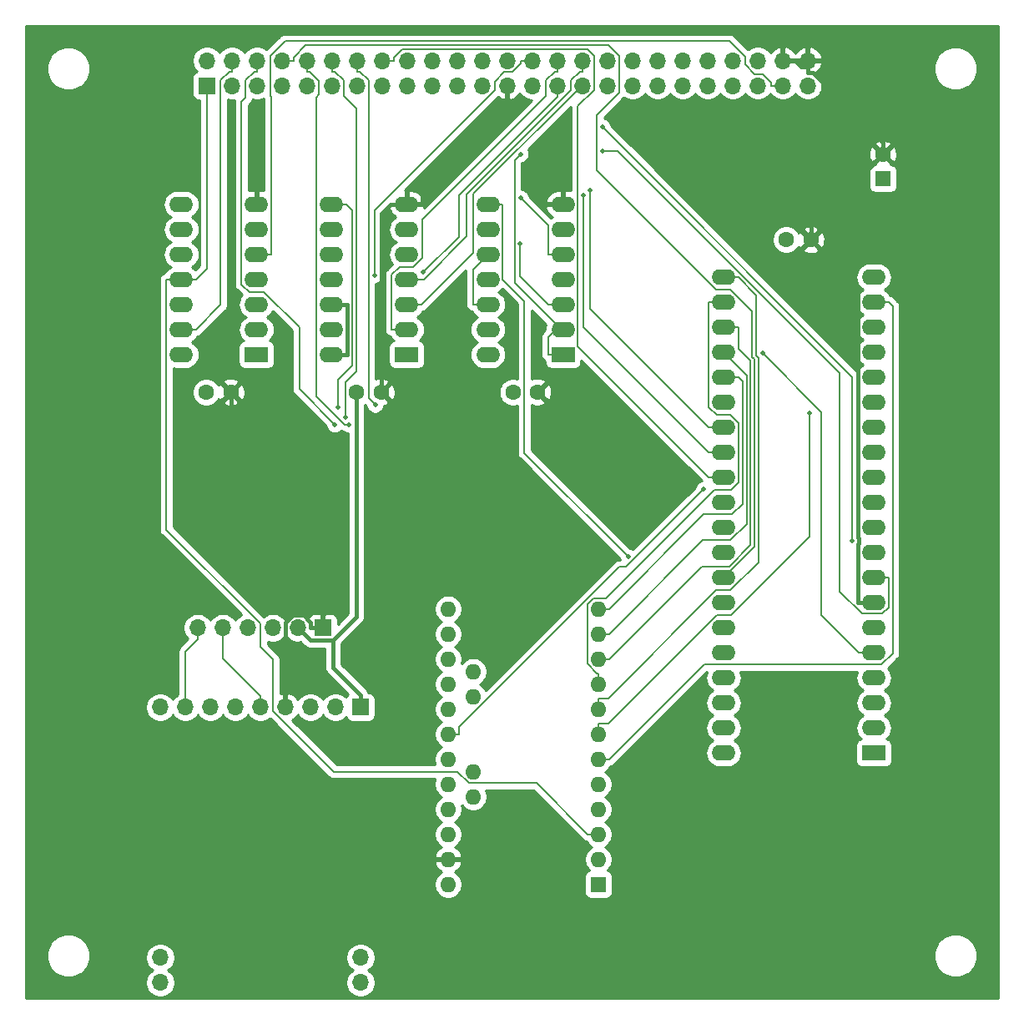
<source format=gbl>
G04 #@! TF.GenerationSoftware,KiCad,Pcbnew,(5.1.9)-1*
G04 #@! TF.CreationDate,2023-02-14T22:57:02+09:00*
G04 #@! TF.ProjectId,FM-7_SD,464d2d37-5f53-4442-9e6b-696361645f70,rev?*
G04 #@! TF.SameCoordinates,PX53920b0PY93c3260*
G04 #@! TF.FileFunction,Copper,L2,Bot*
G04 #@! TF.FilePolarity,Positive*
%FSLAX46Y46*%
G04 Gerber Fmt 4.6, Leading zero omitted, Abs format (unit mm)*
G04 Created by KiCad (PCBNEW (5.1.9)-1) date 2023-02-14 22:57:02*
%MOMM*%
%LPD*%
G01*
G04 APERTURE LIST*
G04 #@! TA.AperFunction,ComponentPad*
%ADD10C,1.600000*%
G04 #@! TD*
G04 #@! TA.AperFunction,ComponentPad*
%ADD11R,1.600000X1.600000*%
G04 #@! TD*
G04 #@! TA.AperFunction,ComponentPad*
%ADD12R,1.700000X1.700000*%
G04 #@! TD*
G04 #@! TA.AperFunction,ComponentPad*
%ADD13O,1.700000X1.700000*%
G04 #@! TD*
G04 #@! TA.AperFunction,ComponentPad*
%ADD14R,2.400000X1.600000*%
G04 #@! TD*
G04 #@! TA.AperFunction,ComponentPad*
%ADD15O,2.400000X1.600000*%
G04 #@! TD*
G04 #@! TA.AperFunction,ComponentPad*
%ADD16O,1.600000X1.600000*%
G04 #@! TD*
G04 #@! TA.AperFunction,ViaPad*
%ADD17C,0.500000*%
G04 #@! TD*
G04 #@! TA.AperFunction,Conductor*
%ADD18C,0.400000*%
G04 #@! TD*
G04 #@! TA.AperFunction,Conductor*
%ADD19C,0.200000*%
G04 #@! TD*
G04 #@! TA.AperFunction,Conductor*
%ADD20C,0.254000*%
G04 #@! TD*
G04 #@! TA.AperFunction,Conductor*
%ADD21C,0.100000*%
G04 #@! TD*
G04 APERTURE END LIST*
D10*
X77815000Y77630000D03*
X80315000Y77630000D03*
D11*
X87630000Y83820000D03*
D10*
X87630000Y86320000D03*
X21485000Y62165000D03*
X18985000Y62165000D03*
X34225000Y62165000D03*
X36725000Y62165000D03*
X50100000Y62165000D03*
X52600000Y62165000D03*
D12*
X34635000Y30201000D03*
D13*
X32095000Y30201000D03*
X29555000Y30201000D03*
X27015000Y30201000D03*
X24475000Y30201000D03*
X21935000Y30201000D03*
X19395000Y30201000D03*
X16855000Y30201000D03*
X14315000Y30201000D03*
X14315000Y2261000D03*
X14315000Y4801000D03*
X34635000Y2261000D03*
X34635000Y4801000D03*
D12*
X30825000Y38260000D03*
D13*
X28285000Y38260000D03*
X25745000Y38260000D03*
X23205000Y38260000D03*
X20665000Y38260000D03*
X18125000Y38260000D03*
D14*
X24065000Y65975000D03*
D15*
X16445000Y81215000D03*
X24065000Y68515000D03*
X16445000Y78675000D03*
X24065000Y71055000D03*
X16445000Y76135000D03*
X24065000Y73595000D03*
X16445000Y73595000D03*
X24065000Y76135000D03*
X16445000Y71055000D03*
X24065000Y78675000D03*
X16445000Y68515000D03*
X24065000Y81215000D03*
X16445000Y65975000D03*
X31685000Y65975000D03*
X39305000Y81215000D03*
X31685000Y68515000D03*
X39305000Y78675000D03*
X31685000Y71055000D03*
X39305000Y76135000D03*
X31685000Y73595000D03*
X39305000Y73595000D03*
X31685000Y76135000D03*
X39305000Y71055000D03*
X31685000Y78675000D03*
X39305000Y68515000D03*
X31685000Y81215000D03*
D14*
X39305000Y65975000D03*
X86705000Y25560000D03*
D15*
X71465000Y73820000D03*
X86705000Y28100000D03*
X71465000Y71280000D03*
X86705000Y30640000D03*
X71465000Y68740000D03*
X86705000Y33180000D03*
X71465000Y66200000D03*
X86705000Y35720000D03*
X71465000Y63660000D03*
X86705000Y38260000D03*
X71465000Y61120000D03*
X86705000Y40800000D03*
X71465000Y58580000D03*
X86705000Y43340000D03*
X71465000Y56040000D03*
X86705000Y45880000D03*
X71465000Y53500000D03*
X86705000Y48420000D03*
X71465000Y50960000D03*
X86705000Y50960000D03*
X71465000Y48420000D03*
X86705000Y53500000D03*
X71465000Y45880000D03*
X86705000Y56040000D03*
X71465000Y43340000D03*
X86705000Y58580000D03*
X71465000Y40800000D03*
X86705000Y61120000D03*
X71465000Y38260000D03*
X86705000Y63660000D03*
X71465000Y35720000D03*
X86705000Y66200000D03*
X71465000Y33180000D03*
X86705000Y68740000D03*
X71465000Y30640000D03*
X86705000Y71280000D03*
X71465000Y28100000D03*
X86705000Y73820000D03*
X71465000Y25560000D03*
D11*
X58765000Y12225000D03*
D16*
X58765000Y14765000D03*
X58765000Y17305000D03*
X43525000Y40165000D03*
X58765000Y19845000D03*
X43525000Y37625000D03*
X58765000Y22385000D03*
X43525000Y35085000D03*
X58765000Y24925000D03*
X43525000Y32545000D03*
X58765000Y27465000D03*
X43525000Y30005000D03*
X58765000Y30005000D03*
X43525000Y27465000D03*
X58765000Y32545000D03*
X43525000Y24925000D03*
X58765000Y35085000D03*
X43525000Y22385000D03*
X58765000Y37625000D03*
X43525000Y19845000D03*
X58765000Y40165000D03*
X43525000Y17305000D03*
X43525000Y14765000D03*
X43525000Y12225000D03*
X46065000Y21115000D03*
X46065000Y23655000D03*
X46065000Y31275000D03*
X46065000Y33815000D03*
D15*
X47560000Y65975000D03*
X55180000Y81215000D03*
X47560000Y68515000D03*
X55180000Y78675000D03*
X47560000Y71055000D03*
X55180000Y76135000D03*
X47560000Y73595000D03*
X55180000Y73595000D03*
X47560000Y76135000D03*
X55180000Y71055000D03*
X47560000Y78675000D03*
X55180000Y68515000D03*
X47560000Y81215000D03*
D14*
X55180000Y65975000D03*
D12*
X19050000Y93265000D03*
D13*
X19050000Y95805000D03*
X21590000Y93265000D03*
X21590000Y95805000D03*
X24130000Y93265000D03*
X24130000Y95805000D03*
X26670000Y93265000D03*
X26670000Y95805000D03*
X29210000Y93265000D03*
X29210000Y95805000D03*
X31750000Y93265000D03*
X31750000Y95805000D03*
X34290000Y93265000D03*
X34290000Y95805000D03*
X36830000Y93265000D03*
X36830000Y95805000D03*
X39370000Y93265000D03*
X39370000Y95805000D03*
X41910000Y93265000D03*
X41910000Y95805000D03*
X44450000Y93265000D03*
X44450000Y95805000D03*
X46990000Y93265000D03*
X46990000Y95805000D03*
X49530000Y93265000D03*
X49530000Y95805000D03*
X52070000Y93265000D03*
X52070000Y95805000D03*
X54610000Y93265000D03*
X54610000Y95805000D03*
X57150000Y93265000D03*
X57150000Y95805000D03*
X59690000Y93265000D03*
X59690000Y95805000D03*
X62230000Y93265000D03*
X62230000Y95805000D03*
X64770000Y93265000D03*
X64770000Y95805000D03*
X67310000Y93265000D03*
X67310000Y95805000D03*
X69850000Y93265000D03*
X69850000Y95805000D03*
X72390000Y93265000D03*
X72390000Y95805000D03*
X74930000Y93265000D03*
X74930000Y95805000D03*
X77470000Y93265000D03*
X77470000Y95805000D03*
X80010000Y93265000D03*
X80010000Y95805000D03*
D17*
X69416300Y52321000D03*
X50871800Y81869900D03*
X80165500Y59997900D03*
X84545700Y47065000D03*
X59159700Y89097100D03*
X36032700Y74017100D03*
X32010000Y58882300D03*
X33413700Y58850300D03*
X36119300Y60851900D03*
X57259700Y82142500D03*
X50875900Y86322800D03*
X59226300Y86662000D03*
X40996900Y74317400D03*
X33145900Y59621600D03*
X57957600Y82603500D03*
X75402700Y66105300D03*
X61775300Y45462700D03*
X32349400Y60625800D03*
X50832200Y77243800D03*
D18*
X34635000Y30201000D02*
X34635000Y31451300D01*
X31848000Y37009600D02*
X29535400Y37009600D01*
X29535400Y37009600D02*
X28285000Y38260000D01*
X34225000Y62165000D02*
X34225000Y39386600D01*
X34225000Y39386600D02*
X31848000Y37009600D01*
X34635000Y31451300D02*
X31848000Y34238300D01*
X31848000Y34238300D02*
X31848000Y37009600D01*
X31685000Y65975000D02*
X33285300Y65975000D01*
X31685000Y71055000D02*
X33285300Y71055000D01*
X33285300Y71055000D02*
X33285300Y65975000D01*
X87630000Y86320000D02*
X80315000Y79005000D01*
X80315000Y79005000D02*
X80315000Y77630000D01*
X80010000Y94554700D02*
X80557000Y94554700D01*
X80557000Y94554700D02*
X87630000Y87481700D01*
X87630000Y87481700D02*
X87630000Y86320000D01*
X85104700Y40800000D02*
X85104700Y46704300D01*
X85104700Y46704300D02*
X85196000Y46795600D01*
X85196000Y46795600D02*
X85196000Y47334400D01*
X85196000Y47334400D02*
X85104700Y47425700D01*
X85104700Y47425700D02*
X85104700Y72840300D01*
X85104700Y72840300D02*
X80315000Y77630000D01*
X86705000Y40800000D02*
X85104700Y40800000D01*
X77470000Y95805000D02*
X78720300Y95805000D01*
X80010000Y95179900D02*
X79345400Y95179900D01*
X79345400Y95179900D02*
X78720300Y95805000D01*
X80010000Y95179900D02*
X80010000Y94554700D01*
X80010000Y95805000D02*
X80010000Y95179900D01*
X39305000Y81215000D02*
X40905300Y81215000D01*
X49530000Y93265000D02*
X49530000Y92014700D01*
X49530000Y92014700D02*
X40905300Y83390000D01*
X40905300Y83390000D02*
X40905300Y81215000D01*
X27767000Y39521300D02*
X27015000Y38769300D01*
X27015000Y38769300D02*
X27015000Y30201000D01*
X29574700Y38260000D02*
X29574700Y38807000D01*
X29574700Y38807000D02*
X28860400Y39521300D01*
X28860400Y39521300D02*
X27767000Y39521300D01*
X21485000Y62165000D02*
X21485000Y45803300D01*
X21485000Y45803300D02*
X27767000Y39521300D01*
X30825000Y38260000D02*
X29574700Y38260000D01*
X39305000Y81215000D02*
X37704700Y81215000D01*
X37704700Y81215000D02*
X36725000Y80235300D01*
X36725000Y80235300D02*
X36725000Y62165000D01*
D19*
X69416300Y52321000D02*
X61534800Y44439500D01*
X61534800Y44439500D02*
X60880800Y44439500D01*
X60880800Y44439500D02*
X44625300Y28184000D01*
X44625300Y28184000D02*
X44625300Y27465000D01*
X43525000Y27465000D02*
X44625300Y27465000D01*
X55180000Y76135000D02*
X53679700Y76135000D01*
X53679700Y76135000D02*
X53679700Y79062000D01*
X53679700Y79062000D02*
X50871800Y81869900D01*
X72965300Y73820000D02*
X74771800Y72013500D01*
X74771800Y72013500D02*
X74771800Y65895400D01*
X74771800Y65895400D02*
X75013600Y65653600D01*
X75013600Y65653600D02*
X75013600Y44906900D01*
X75013600Y44906900D02*
X72176700Y42070000D01*
X72176700Y42070000D02*
X70709100Y42070000D01*
X70709100Y42070000D02*
X59744400Y31105300D01*
X59744400Y31105300D02*
X58765000Y31105300D01*
X71465000Y73820000D02*
X72965300Y73820000D01*
X58765000Y30005000D02*
X58765000Y31105300D01*
X71465000Y71280000D02*
X69964700Y71280000D01*
X58765000Y32545000D02*
X58765000Y33645300D01*
X58765000Y33645300D02*
X58627500Y33645300D01*
X58627500Y33645300D02*
X57663900Y34608900D01*
X57663900Y34608900D02*
X57663900Y40631700D01*
X57663900Y40631700D02*
X58297600Y41265400D01*
X58297600Y41265400D02*
X59560900Y41265400D01*
X59560900Y41265400D02*
X70525500Y52230000D01*
X70525500Y52230000D02*
X72203000Y52230000D01*
X72203000Y52230000D02*
X72981900Y53008900D01*
X72981900Y53008900D02*
X72981900Y59046700D01*
X72981900Y59046700D02*
X72178600Y59850000D01*
X72178600Y59850000D02*
X70751500Y59850000D01*
X70751500Y59850000D02*
X69964700Y60636800D01*
X69964700Y60636800D02*
X69964700Y71280000D01*
X72965300Y68740000D02*
X72965300Y66569700D01*
X72965300Y66569700D02*
X74201700Y65333300D01*
X74201700Y65333300D02*
X74201700Y46643000D01*
X74201700Y46643000D02*
X72027100Y44468400D01*
X72027100Y44468400D02*
X69248700Y44468400D01*
X69248700Y44468400D02*
X59865300Y35085000D01*
X71465000Y68740000D02*
X72965300Y68740000D01*
X58765000Y35085000D02*
X59865300Y35085000D01*
X71465000Y66200000D02*
X73797800Y63867200D01*
X73797800Y63867200D02*
X73797800Y48796100D01*
X73797800Y48796100D02*
X72151700Y47150000D01*
X72151700Y47150000D02*
X69390300Y47150000D01*
X69390300Y47150000D02*
X59865300Y37625000D01*
X58765000Y37625000D02*
X59865300Y37625000D01*
X59865300Y40165000D02*
X69453400Y49753100D01*
X69453400Y49753100D02*
X72296200Y49753100D01*
X72296200Y49753100D02*
X73382300Y50839200D01*
X73382300Y50839200D02*
X73382300Y63243000D01*
X73382300Y63243000D02*
X72965300Y63660000D01*
X71465000Y63660000D02*
X72965300Y63660000D01*
X58765000Y40165000D02*
X59865300Y40165000D01*
X86705000Y71280000D02*
X88205300Y71280000D01*
X58765000Y24925000D02*
X59865300Y24925000D01*
X59865300Y24925000D02*
X69480400Y34540100D01*
X69480400Y34540100D02*
X87488800Y34540100D01*
X87488800Y34540100D02*
X88615400Y35666700D01*
X88615400Y35666700D02*
X88615400Y70869900D01*
X88615400Y70869900D02*
X88205300Y71280000D01*
X80165500Y59997900D02*
X80165500Y47499700D01*
X80165500Y47499700D02*
X72195800Y39530000D01*
X72195800Y39530000D02*
X70750300Y39530000D01*
X70750300Y39530000D02*
X59785600Y28565300D01*
X59785600Y28565300D02*
X58765000Y28565300D01*
X58765000Y27465000D02*
X58765000Y28565300D01*
X24475000Y30201000D02*
X24475000Y31351300D01*
X20665000Y38260000D02*
X20665000Y35161300D01*
X20665000Y35161300D02*
X24475000Y31351300D01*
X18125000Y38260000D02*
X18125000Y37109700D01*
X18125000Y37109700D02*
X16855000Y35839700D01*
X16855000Y35839700D02*
X16855000Y30201000D01*
X59159700Y89097100D02*
X84545700Y63711100D01*
X84545700Y63711100D02*
X84545700Y47065000D01*
X52070000Y95805000D02*
X50919700Y95805000D01*
X50919700Y95805000D02*
X50919700Y95517300D01*
X50919700Y95517300D02*
X50057100Y94654700D01*
X50057100Y94654700D02*
X49231200Y94654700D01*
X49231200Y94654700D02*
X48248300Y93671800D01*
X48248300Y93671800D02*
X48248300Y92843100D01*
X48248300Y92843100D02*
X36032700Y80627500D01*
X36032700Y80627500D02*
X36032700Y74017100D01*
X39305000Y68515000D02*
X37804700Y68515000D01*
X54610000Y95805000D02*
X54610000Y94654700D01*
X54610000Y94654700D02*
X54322300Y94654700D01*
X54322300Y94654700D02*
X53459700Y93792100D01*
X53459700Y93792100D02*
X53459700Y92234300D01*
X53459700Y92234300D02*
X40935700Y79710300D01*
X40935700Y79710300D02*
X40935700Y75795800D01*
X40935700Y75795800D02*
X40004900Y74865000D01*
X40004900Y74865000D02*
X38586700Y74865000D01*
X38586700Y74865000D02*
X37804700Y74083000D01*
X37804700Y74083000D02*
X37804700Y68515000D01*
X40805300Y73595000D02*
X41052800Y73595000D01*
X41052800Y73595000D02*
X45412700Y77954900D01*
X45412700Y77954900D02*
X45412700Y82213000D01*
X45412700Y82213000D02*
X55999700Y92800000D01*
X55999700Y92800000D02*
X55999700Y93792100D01*
X55999700Y93792100D02*
X56862300Y94654700D01*
X56862300Y94654700D02*
X57150000Y94654700D01*
X39305000Y73595000D02*
X40805300Y73595000D01*
X57150000Y95805000D02*
X57150000Y94654700D01*
X24130000Y95805000D02*
X24130000Y94654700D01*
X24130000Y94654700D02*
X23842300Y94654700D01*
X23842300Y94654700D02*
X22979700Y93792100D01*
X22979700Y93792100D02*
X22979700Y92031400D01*
X22979700Y92031400D02*
X22564600Y91616300D01*
X22564600Y91616300D02*
X22564600Y73096500D01*
X22564600Y73096500D02*
X23336100Y72325000D01*
X23336100Y72325000D02*
X24816700Y72325000D01*
X24816700Y72325000D02*
X28420700Y68721000D01*
X28420700Y68721000D02*
X28420700Y62471600D01*
X28420700Y62471600D02*
X32010000Y58882300D01*
X29210000Y95805000D02*
X29210000Y94654700D01*
X29210000Y94654700D02*
X29497600Y94654700D01*
X29497600Y94654700D02*
X30406100Y93746200D01*
X30406100Y93746200D02*
X30406100Y92336100D01*
X30406100Y92336100D02*
X30144900Y92074900D01*
X30144900Y92074900D02*
X30144900Y61765700D01*
X30144900Y61765700D02*
X33060300Y58850300D01*
X33060300Y58850300D02*
X33413700Y58850300D01*
X34290000Y95805000D02*
X34290000Y94654700D01*
X34290000Y94654700D02*
X34577700Y94654700D01*
X34577700Y94654700D02*
X35440300Y93792100D01*
X35440300Y93792100D02*
X35440300Y61530900D01*
X35440300Y61530900D02*
X36119300Y60851900D01*
X69964700Y56040000D02*
X57259700Y68745000D01*
X57259700Y68745000D02*
X57259700Y82142500D01*
X71465000Y56040000D02*
X69964700Y56040000D01*
X24065000Y76135000D02*
X25565300Y76135000D01*
X77470000Y93265000D02*
X76319700Y93265000D01*
X76319700Y93265000D02*
X76319700Y93552700D01*
X76319700Y93552700D02*
X75457100Y94415300D01*
X75457100Y94415300D02*
X74631200Y94415300D01*
X74631200Y94415300D02*
X73660000Y95386500D01*
X73660000Y95386500D02*
X73660000Y96171000D01*
X73660000Y96171000D02*
X72072900Y97758100D01*
X72072900Y97758100D02*
X26974000Y97758100D01*
X26974000Y97758100D02*
X25482700Y96266800D01*
X25482700Y96266800D02*
X25482700Y92197300D01*
X25482700Y92197300D02*
X25565300Y92114700D01*
X25565300Y92114700D02*
X25565300Y76135000D01*
X16445000Y68515000D02*
X17945300Y68515000D01*
X21590000Y95805000D02*
X21590000Y94654700D01*
X21590000Y94654700D02*
X21302300Y94654700D01*
X21302300Y94654700D02*
X20439700Y93792100D01*
X20439700Y93792100D02*
X20439700Y71009400D01*
X20439700Y71009400D02*
X17945300Y68515000D01*
X54429900Y68515000D02*
X54429900Y69081000D01*
X54429900Y69081000D02*
X50281900Y73229000D01*
X50281900Y73229000D02*
X50281900Y85728800D01*
X50281900Y85728800D02*
X50875900Y86322800D01*
X55180000Y65975000D02*
X53679700Y65975000D01*
X54429900Y68515000D02*
X53679700Y67764800D01*
X53679700Y67764800D02*
X53679700Y65975000D01*
X55180000Y68515000D02*
X54429900Y68515000D01*
X59226300Y86662000D02*
X60689600Y86662000D01*
X60689600Y86662000D02*
X83262900Y64088700D01*
X83262900Y64088700D02*
X83262900Y41903800D01*
X83262900Y41903800D02*
X85485600Y39681100D01*
X85485600Y39681100D02*
X87550500Y39681100D01*
X87550500Y39681100D02*
X88205300Y40335900D01*
X88205300Y40335900D02*
X88205300Y43340000D01*
X86705000Y43340000D02*
X88205300Y43340000D01*
X40996900Y74317400D02*
X44612100Y77932600D01*
X44612100Y77932600D02*
X44612100Y82116800D01*
X44612100Y82116800D02*
X54610000Y92114700D01*
X54610000Y93265000D02*
X54610000Y92114700D01*
X40805300Y71055000D02*
X46059600Y76309300D01*
X46059600Y76309300D02*
X46059600Y82293600D01*
X46059600Y82293600D02*
X57031000Y93265000D01*
X57031000Y93265000D02*
X57150000Y93265000D01*
X39305000Y71055000D02*
X40805300Y71055000D01*
X27820300Y95805000D02*
X27820300Y96092500D01*
X27820300Y96092500D02*
X29085500Y97357700D01*
X29085500Y97357700D02*
X59772900Y97357700D01*
X59772900Y97357700D02*
X60843200Y96287400D01*
X60843200Y96287400D02*
X60843200Y92555700D01*
X60843200Y92555700D02*
X58585400Y90297900D01*
X58585400Y90297900D02*
X58585400Y84700700D01*
X58585400Y84700700D02*
X70736100Y72550000D01*
X70736100Y72550000D02*
X72162700Y72550000D01*
X72162700Y72550000D02*
X74371500Y70341200D01*
X74371500Y70341200D02*
X74371500Y65729600D01*
X74371500Y65729600D02*
X74602100Y65499000D01*
X74602100Y65499000D02*
X74602100Y46477100D01*
X74602100Y46477100D02*
X71465000Y43340000D01*
X26670000Y95805000D02*
X27820300Y95805000D01*
X31750000Y94654700D02*
X32037700Y94654700D01*
X32037700Y94654700D02*
X32900300Y93792100D01*
X32900300Y93792100D02*
X32900300Y92234300D01*
X32900300Y92234300D02*
X34218500Y90916100D01*
X34218500Y90916100D02*
X34218500Y64230700D01*
X34218500Y64230700D02*
X33115100Y63127300D01*
X33115100Y63127300D02*
X33115100Y59652400D01*
X33115100Y59652400D02*
X33145900Y59621600D01*
X31750000Y95805000D02*
X31750000Y94654700D01*
X71465000Y53500000D02*
X69964700Y53500000D01*
X36830000Y95805000D02*
X37980300Y95805000D01*
X37980300Y95805000D02*
X37980300Y96092600D01*
X37980300Y96092600D02*
X38845000Y96957300D01*
X38845000Y96957300D02*
X57634600Y96957300D01*
X57634600Y96957300D02*
X58314600Y96277300D01*
X58314600Y96277300D02*
X58314600Y92802600D01*
X58314600Y92802600D02*
X56680400Y91168400D01*
X56680400Y91168400D02*
X56680400Y66784300D01*
X56680400Y66784300D02*
X69964700Y53500000D01*
X69964700Y58580000D02*
X57957600Y70587100D01*
X57957600Y70587100D02*
X57957600Y82603500D01*
X71465000Y58580000D02*
X69964700Y58580000D01*
X16445000Y73595000D02*
X14944700Y73595000D01*
X58765000Y17305000D02*
X57664700Y17305000D01*
X57664700Y17305000D02*
X52468000Y22501700D01*
X52468000Y22501700D02*
X45650100Y22501700D01*
X45650100Y22501700D02*
X44496800Y23655000D01*
X44496800Y23655000D02*
X31919300Y23655000D01*
X31919300Y23655000D02*
X25745000Y29829300D01*
X25745000Y29829300D02*
X25745000Y35029900D01*
X25745000Y35029900D02*
X24475000Y36299900D01*
X24475000Y36299900D02*
X24475000Y38684300D01*
X24475000Y38684300D02*
X14944700Y48214600D01*
X14944700Y48214600D02*
X14944700Y73595000D01*
X16445000Y73595000D02*
X17945300Y73595000D01*
X19050000Y93265000D02*
X19050000Y74699700D01*
X19050000Y74699700D02*
X17945300Y73595000D01*
X75402700Y66105300D02*
X81351400Y60156600D01*
X81351400Y60156600D02*
X81351400Y39573200D01*
X81351400Y39573200D02*
X81351500Y39573200D01*
X81351500Y39573200D02*
X85204700Y35720000D01*
X86705000Y35720000D02*
X85204700Y35720000D01*
X61775300Y45462700D02*
X51261700Y55976300D01*
X51261700Y55976300D02*
X51261700Y71400200D01*
X51261700Y71400200D02*
X49060300Y73601600D01*
X49060300Y73601600D02*
X49060300Y81215000D01*
X47560000Y81215000D02*
X49060300Y81215000D01*
X47560000Y71055000D02*
X46059700Y71055000D01*
X47560000Y76135000D02*
X46059700Y74634700D01*
X46059700Y74634700D02*
X46059700Y71055000D01*
X31685000Y81215000D02*
X33185300Y81215000D01*
X32349400Y60625800D02*
X32349400Y63429400D01*
X32349400Y63429400D02*
X33785700Y64865700D01*
X33785700Y64865700D02*
X33785700Y80614600D01*
X33785700Y80614600D02*
X33185300Y81215000D01*
X55180000Y71055000D02*
X53679700Y71055000D01*
X50832200Y77243800D02*
X50832200Y73902500D01*
X50832200Y73902500D02*
X53679700Y71055000D01*
D20*
X99340000Y660000D02*
X660000Y660000D01*
X660000Y5220128D01*
X2765000Y5220128D01*
X2765000Y4779872D01*
X2850890Y4348075D01*
X3019369Y3941331D01*
X3263962Y3575271D01*
X3575271Y3263962D01*
X3941331Y3019369D01*
X4348075Y2850890D01*
X4779872Y2765000D01*
X5220128Y2765000D01*
X5651925Y2850890D01*
X6058669Y3019369D01*
X6424729Y3263962D01*
X6736038Y3575271D01*
X6980631Y3941331D01*
X7149110Y4348075D01*
X7235000Y4779872D01*
X7235000Y4947260D01*
X12830000Y4947260D01*
X12830000Y4654740D01*
X12887068Y4367842D01*
X12999010Y4097589D01*
X13161525Y3854368D01*
X13368368Y3647525D01*
X13542760Y3531000D01*
X13368368Y3414475D01*
X13161525Y3207632D01*
X12999010Y2964411D01*
X12887068Y2694158D01*
X12830000Y2407260D01*
X12830000Y2114740D01*
X12887068Y1827842D01*
X12999010Y1557589D01*
X13161525Y1314368D01*
X13368368Y1107525D01*
X13611589Y945010D01*
X13881842Y833068D01*
X14168740Y776000D01*
X14461260Y776000D01*
X14748158Y833068D01*
X15018411Y945010D01*
X15261632Y1107525D01*
X15468475Y1314368D01*
X15630990Y1557589D01*
X15742932Y1827842D01*
X15800000Y2114740D01*
X15800000Y2407260D01*
X15742932Y2694158D01*
X15630990Y2964411D01*
X15468475Y3207632D01*
X15261632Y3414475D01*
X15087240Y3531000D01*
X15261632Y3647525D01*
X15468475Y3854368D01*
X15630990Y4097589D01*
X15742932Y4367842D01*
X15800000Y4654740D01*
X15800000Y4947260D01*
X33150000Y4947260D01*
X33150000Y4654740D01*
X33207068Y4367842D01*
X33319010Y4097589D01*
X33481525Y3854368D01*
X33688368Y3647525D01*
X33862760Y3531000D01*
X33688368Y3414475D01*
X33481525Y3207632D01*
X33319010Y2964411D01*
X33207068Y2694158D01*
X33150000Y2407260D01*
X33150000Y2114740D01*
X33207068Y1827842D01*
X33319010Y1557589D01*
X33481525Y1314368D01*
X33688368Y1107525D01*
X33931589Y945010D01*
X34201842Y833068D01*
X34488740Y776000D01*
X34781260Y776000D01*
X35068158Y833068D01*
X35338411Y945010D01*
X35581632Y1107525D01*
X35788475Y1314368D01*
X35950990Y1557589D01*
X36062932Y1827842D01*
X36120000Y2114740D01*
X36120000Y2407260D01*
X36062932Y2694158D01*
X35950990Y2964411D01*
X35788475Y3207632D01*
X35581632Y3414475D01*
X35407240Y3531000D01*
X35581632Y3647525D01*
X35788475Y3854368D01*
X35950990Y4097589D01*
X36062932Y4367842D01*
X36120000Y4654740D01*
X36120000Y4947260D01*
X36065723Y5220128D01*
X92765000Y5220128D01*
X92765000Y4779872D01*
X92850890Y4348075D01*
X93019369Y3941331D01*
X93263962Y3575271D01*
X93575271Y3263962D01*
X93941331Y3019369D01*
X94348075Y2850890D01*
X94779872Y2765000D01*
X95220128Y2765000D01*
X95651925Y2850890D01*
X96058669Y3019369D01*
X96424729Y3263962D01*
X96736038Y3575271D01*
X96980631Y3941331D01*
X97149110Y4348075D01*
X97235000Y4779872D01*
X97235000Y5220128D01*
X97149110Y5651925D01*
X96980631Y6058669D01*
X96736038Y6424729D01*
X96424729Y6736038D01*
X96058669Y6980631D01*
X95651925Y7149110D01*
X95220128Y7235000D01*
X94779872Y7235000D01*
X94348075Y7149110D01*
X93941331Y6980631D01*
X93575271Y6736038D01*
X93263962Y6424729D01*
X93019369Y6058669D01*
X92850890Y5651925D01*
X92765000Y5220128D01*
X36065723Y5220128D01*
X36062932Y5234158D01*
X35950990Y5504411D01*
X35788475Y5747632D01*
X35581632Y5954475D01*
X35338411Y6116990D01*
X35068158Y6228932D01*
X34781260Y6286000D01*
X34488740Y6286000D01*
X34201842Y6228932D01*
X33931589Y6116990D01*
X33688368Y5954475D01*
X33481525Y5747632D01*
X33319010Y5504411D01*
X33207068Y5234158D01*
X33150000Y4947260D01*
X15800000Y4947260D01*
X15742932Y5234158D01*
X15630990Y5504411D01*
X15468475Y5747632D01*
X15261632Y5954475D01*
X15018411Y6116990D01*
X14748158Y6228932D01*
X14461260Y6286000D01*
X14168740Y6286000D01*
X13881842Y6228932D01*
X13611589Y6116990D01*
X13368368Y5954475D01*
X13161525Y5747632D01*
X12999010Y5504411D01*
X12887068Y5234158D01*
X12830000Y4947260D01*
X7235000Y4947260D01*
X7235000Y5220128D01*
X7149110Y5651925D01*
X6980631Y6058669D01*
X6736038Y6424729D01*
X6424729Y6736038D01*
X6058669Y6980631D01*
X5651925Y7149110D01*
X5220128Y7235000D01*
X4779872Y7235000D01*
X4348075Y7149110D01*
X3941331Y6980631D01*
X3575271Y6736038D01*
X3263962Y6424729D01*
X3019369Y6058669D01*
X2850890Y5651925D01*
X2765000Y5220128D01*
X660000Y5220128D01*
X660000Y12366335D01*
X42090000Y12366335D01*
X42090000Y12083665D01*
X42145147Y11806426D01*
X42253320Y11545273D01*
X42410363Y11310241D01*
X42610241Y11110363D01*
X42845273Y10953320D01*
X43106426Y10845147D01*
X43383665Y10790000D01*
X43666335Y10790000D01*
X43943574Y10845147D01*
X44204727Y10953320D01*
X44439759Y11110363D01*
X44639637Y11310241D01*
X44796680Y11545273D01*
X44904853Y11806426D01*
X44960000Y12083665D01*
X44960000Y12366335D01*
X44904853Y12643574D01*
X44796680Y12904727D01*
X44639637Y13139759D01*
X44439759Y13339637D01*
X44204727Y13496680D01*
X44194135Y13501067D01*
X44380131Y13612615D01*
X44588519Y13801586D01*
X44756037Y14027580D01*
X44876246Y14281913D01*
X44916904Y14415961D01*
X44794915Y14638000D01*
X43652000Y14638000D01*
X43652000Y14618000D01*
X43398000Y14618000D01*
X43398000Y14638000D01*
X42255085Y14638000D01*
X42133096Y14415961D01*
X42173754Y14281913D01*
X42293963Y14027580D01*
X42461481Y13801586D01*
X42669869Y13612615D01*
X42855865Y13501067D01*
X42845273Y13496680D01*
X42610241Y13339637D01*
X42410363Y13139759D01*
X42253320Y12904727D01*
X42145147Y12643574D01*
X42090000Y12366335D01*
X660000Y12366335D01*
X660000Y30347260D01*
X12830000Y30347260D01*
X12830000Y30054740D01*
X12887068Y29767842D01*
X12999010Y29497589D01*
X13161525Y29254368D01*
X13368368Y29047525D01*
X13611589Y28885010D01*
X13881842Y28773068D01*
X14168740Y28716000D01*
X14461260Y28716000D01*
X14748158Y28773068D01*
X15018411Y28885010D01*
X15261632Y29047525D01*
X15468475Y29254368D01*
X15585000Y29428760D01*
X15701525Y29254368D01*
X15908368Y29047525D01*
X16151589Y28885010D01*
X16421842Y28773068D01*
X16708740Y28716000D01*
X17001260Y28716000D01*
X17288158Y28773068D01*
X17558411Y28885010D01*
X17801632Y29047525D01*
X18008475Y29254368D01*
X18125000Y29428760D01*
X18241525Y29254368D01*
X18448368Y29047525D01*
X18691589Y28885010D01*
X18961842Y28773068D01*
X19248740Y28716000D01*
X19541260Y28716000D01*
X19828158Y28773068D01*
X20098411Y28885010D01*
X20341632Y29047525D01*
X20548475Y29254368D01*
X20665000Y29428760D01*
X20781525Y29254368D01*
X20988368Y29047525D01*
X21231589Y28885010D01*
X21501842Y28773068D01*
X21788740Y28716000D01*
X22081260Y28716000D01*
X22368158Y28773068D01*
X22638411Y28885010D01*
X22881632Y29047525D01*
X23088475Y29254368D01*
X23205000Y29428760D01*
X23321525Y29254368D01*
X23528368Y29047525D01*
X23771589Y28885010D01*
X24041842Y28773068D01*
X24328740Y28716000D01*
X24621260Y28716000D01*
X24908158Y28773068D01*
X25178411Y28885010D01*
X25421632Y29047525D01*
X25454480Y29080373D01*
X31374046Y23160807D01*
X31397062Y23132762D01*
X31508980Y23040913D01*
X31636667Y22972663D01*
X31775215Y22930635D01*
X31919300Y22916444D01*
X31955405Y22920000D01*
X42193372Y22920000D01*
X42145147Y22803574D01*
X42090000Y22526335D01*
X42090000Y22243665D01*
X42145147Y21966426D01*
X42253320Y21705273D01*
X42410363Y21470241D01*
X42610241Y21270363D01*
X42842759Y21115000D01*
X42610241Y20959637D01*
X42410363Y20759759D01*
X42253320Y20524727D01*
X42145147Y20263574D01*
X42090000Y19986335D01*
X42090000Y19703665D01*
X42145147Y19426426D01*
X42253320Y19165273D01*
X42410363Y18930241D01*
X42610241Y18730363D01*
X42842759Y18575000D01*
X42610241Y18419637D01*
X42410363Y18219759D01*
X42253320Y17984727D01*
X42145147Y17723574D01*
X42090000Y17446335D01*
X42090000Y17163665D01*
X42145147Y16886426D01*
X42253320Y16625273D01*
X42410363Y16390241D01*
X42610241Y16190363D01*
X42845273Y16033320D01*
X42855865Y16028933D01*
X42669869Y15917385D01*
X42461481Y15728414D01*
X42293963Y15502420D01*
X42173754Y15248087D01*
X42133096Y15114039D01*
X42255085Y14892000D01*
X43398000Y14892000D01*
X43398000Y14912000D01*
X43652000Y14912000D01*
X43652000Y14892000D01*
X44794915Y14892000D01*
X44916904Y15114039D01*
X44876246Y15248087D01*
X44756037Y15502420D01*
X44588519Y15728414D01*
X44380131Y15917385D01*
X44194135Y16028933D01*
X44204727Y16033320D01*
X44439759Y16190363D01*
X44639637Y16390241D01*
X44796680Y16625273D01*
X44904853Y16886426D01*
X44960000Y17163665D01*
X44960000Y17446335D01*
X44904853Y17723574D01*
X44796680Y17984727D01*
X44639637Y18219759D01*
X44439759Y18419637D01*
X44207241Y18575000D01*
X44439759Y18730363D01*
X44639637Y18930241D01*
X44796680Y19165273D01*
X44904853Y19426426D01*
X44960000Y19703665D01*
X44960000Y19986335D01*
X44904853Y20263574D01*
X44899646Y20276144D01*
X44950363Y20200241D01*
X45150241Y20000363D01*
X45385273Y19843320D01*
X45646426Y19735147D01*
X45923665Y19680000D01*
X46206335Y19680000D01*
X46483574Y19735147D01*
X46744727Y19843320D01*
X46979759Y20000363D01*
X47179637Y20200241D01*
X47336680Y20435273D01*
X47444853Y20696426D01*
X47500000Y20973665D01*
X47500000Y21256335D01*
X47444853Y21533574D01*
X47348289Y21766700D01*
X52163554Y21766700D01*
X57119446Y16810807D01*
X57142462Y16782762D01*
X57170506Y16759747D01*
X57254380Y16690913D01*
X57382066Y16622663D01*
X57520615Y16580635D01*
X57523324Y16580368D01*
X57650363Y16390241D01*
X57850241Y16190363D01*
X58082759Y16035000D01*
X57850241Y15879637D01*
X57650363Y15679759D01*
X57493320Y15444727D01*
X57385147Y15183574D01*
X57330000Y14906335D01*
X57330000Y14623665D01*
X57385147Y14346426D01*
X57493320Y14085273D01*
X57650363Y13850241D01*
X57848961Y13651643D01*
X57840518Y13650812D01*
X57720820Y13614502D01*
X57610506Y13555537D01*
X57513815Y13476185D01*
X57434463Y13379494D01*
X57375498Y13269180D01*
X57339188Y13149482D01*
X57326928Y13025000D01*
X57326928Y11425000D01*
X57339188Y11300518D01*
X57375498Y11180820D01*
X57434463Y11070506D01*
X57513815Y10973815D01*
X57610506Y10894463D01*
X57720820Y10835498D01*
X57840518Y10799188D01*
X57965000Y10786928D01*
X59565000Y10786928D01*
X59689482Y10799188D01*
X59809180Y10835498D01*
X59919494Y10894463D01*
X60016185Y10973815D01*
X60095537Y11070506D01*
X60154502Y11180820D01*
X60190812Y11300518D01*
X60203072Y11425000D01*
X60203072Y13025000D01*
X60190812Y13149482D01*
X60154502Y13269180D01*
X60095537Y13379494D01*
X60016185Y13476185D01*
X59919494Y13555537D01*
X59809180Y13614502D01*
X59689482Y13650812D01*
X59681039Y13651643D01*
X59879637Y13850241D01*
X60036680Y14085273D01*
X60144853Y14346426D01*
X60200000Y14623665D01*
X60200000Y14906335D01*
X60144853Y15183574D01*
X60036680Y15444727D01*
X59879637Y15679759D01*
X59679759Y15879637D01*
X59447241Y16035000D01*
X59679759Y16190363D01*
X59879637Y16390241D01*
X60036680Y16625273D01*
X60144853Y16886426D01*
X60200000Y17163665D01*
X60200000Y17446335D01*
X60144853Y17723574D01*
X60036680Y17984727D01*
X59879637Y18219759D01*
X59679759Y18419637D01*
X59447241Y18575000D01*
X59679759Y18730363D01*
X59879637Y18930241D01*
X60036680Y19165273D01*
X60144853Y19426426D01*
X60200000Y19703665D01*
X60200000Y19986335D01*
X60144853Y20263574D01*
X60036680Y20524727D01*
X59879637Y20759759D01*
X59679759Y20959637D01*
X59447241Y21115000D01*
X59679759Y21270363D01*
X59879637Y21470241D01*
X60036680Y21705273D01*
X60144853Y21966426D01*
X60200000Y22243665D01*
X60200000Y22526335D01*
X60144853Y22803574D01*
X60036680Y23064727D01*
X59879637Y23299759D01*
X59679759Y23499637D01*
X59447241Y23655000D01*
X59679759Y23810363D01*
X59879637Y24010241D01*
X60006676Y24200368D01*
X60009385Y24200635D01*
X60147933Y24242663D01*
X60275620Y24310913D01*
X60387538Y24402762D01*
X60410559Y24430813D01*
X69757234Y33777487D01*
X69732818Y33731808D01*
X69650764Y33461309D01*
X69623057Y33180000D01*
X69650764Y32898691D01*
X69732818Y32628192D01*
X69866068Y32378899D01*
X70045392Y32160392D01*
X70263899Y31981068D01*
X70396858Y31910000D01*
X70263899Y31838932D01*
X70045392Y31659608D01*
X69866068Y31441101D01*
X69732818Y31191808D01*
X69650764Y30921309D01*
X69623057Y30640000D01*
X69650764Y30358691D01*
X69732818Y30088192D01*
X69866068Y29838899D01*
X70045392Y29620392D01*
X70263899Y29441068D01*
X70396858Y29370000D01*
X70263899Y29298932D01*
X70045392Y29119608D01*
X69866068Y28901101D01*
X69732818Y28651808D01*
X69650764Y28381309D01*
X69623057Y28100000D01*
X69650764Y27818691D01*
X69732818Y27548192D01*
X69866068Y27298899D01*
X70045392Y27080392D01*
X70263899Y26901068D01*
X70396858Y26830000D01*
X70263899Y26758932D01*
X70045392Y26579608D01*
X69866068Y26361101D01*
X69732818Y26111808D01*
X69650764Y25841309D01*
X69623057Y25560000D01*
X69650764Y25278691D01*
X69732818Y25008192D01*
X69866068Y24758899D01*
X70045392Y24540392D01*
X70263899Y24361068D01*
X70513192Y24227818D01*
X70783691Y24145764D01*
X70994508Y24125000D01*
X71935492Y24125000D01*
X72146309Y24145764D01*
X72416808Y24227818D01*
X72666101Y24361068D01*
X72884608Y24540392D01*
X73063932Y24758899D01*
X73197182Y25008192D01*
X73279236Y25278691D01*
X73306943Y25560000D01*
X73279236Y25841309D01*
X73197182Y26111808D01*
X73063932Y26361101D01*
X72884608Y26579608D01*
X72666101Y26758932D01*
X72533142Y26830000D01*
X72666101Y26901068D01*
X72884608Y27080392D01*
X73063932Y27298899D01*
X73197182Y27548192D01*
X73279236Y27818691D01*
X73306943Y28100000D01*
X73279236Y28381309D01*
X73197182Y28651808D01*
X73063932Y28901101D01*
X72884608Y29119608D01*
X72666101Y29298932D01*
X72533142Y29370000D01*
X72666101Y29441068D01*
X72884608Y29620392D01*
X73063932Y29838899D01*
X73197182Y30088192D01*
X73279236Y30358691D01*
X73306943Y30640000D01*
X73279236Y30921309D01*
X73197182Y31191808D01*
X73063932Y31441101D01*
X72884608Y31659608D01*
X72666101Y31838932D01*
X72533142Y31910000D01*
X72666101Y31981068D01*
X72884608Y32160392D01*
X73063932Y32378899D01*
X73197182Y32628192D01*
X73279236Y32898691D01*
X73306943Y33180000D01*
X73279236Y33461309D01*
X73197182Y33731808D01*
X73158007Y33805100D01*
X85011993Y33805100D01*
X84972818Y33731808D01*
X84890764Y33461309D01*
X84863057Y33180000D01*
X84890764Y32898691D01*
X84972818Y32628192D01*
X85106068Y32378899D01*
X85285392Y32160392D01*
X85503899Y31981068D01*
X85636858Y31910000D01*
X85503899Y31838932D01*
X85285392Y31659608D01*
X85106068Y31441101D01*
X84972818Y31191808D01*
X84890764Y30921309D01*
X84863057Y30640000D01*
X84890764Y30358691D01*
X84972818Y30088192D01*
X85106068Y29838899D01*
X85285392Y29620392D01*
X85503899Y29441068D01*
X85636858Y29370000D01*
X85503899Y29298932D01*
X85285392Y29119608D01*
X85106068Y28901101D01*
X84972818Y28651808D01*
X84890764Y28381309D01*
X84863057Y28100000D01*
X84890764Y27818691D01*
X84972818Y27548192D01*
X85106068Y27298899D01*
X85285392Y27080392D01*
X85398482Y26987581D01*
X85380518Y26985812D01*
X85260820Y26949502D01*
X85150506Y26890537D01*
X85053815Y26811185D01*
X84974463Y26714494D01*
X84915498Y26604180D01*
X84879188Y26484482D01*
X84866928Y26360000D01*
X84866928Y24760000D01*
X84879188Y24635518D01*
X84915498Y24515820D01*
X84974463Y24405506D01*
X85053815Y24308815D01*
X85150506Y24229463D01*
X85260820Y24170498D01*
X85380518Y24134188D01*
X85505000Y24121928D01*
X87905000Y24121928D01*
X88029482Y24134188D01*
X88149180Y24170498D01*
X88259494Y24229463D01*
X88356185Y24308815D01*
X88435537Y24405506D01*
X88494502Y24515820D01*
X88530812Y24635518D01*
X88543072Y24760000D01*
X88543072Y26360000D01*
X88530812Y26484482D01*
X88494502Y26604180D01*
X88435537Y26714494D01*
X88356185Y26811185D01*
X88259494Y26890537D01*
X88149180Y26949502D01*
X88029482Y26985812D01*
X88011518Y26987581D01*
X88124608Y27080392D01*
X88303932Y27298899D01*
X88437182Y27548192D01*
X88519236Y27818691D01*
X88546943Y28100000D01*
X88519236Y28381309D01*
X88437182Y28651808D01*
X88303932Y28901101D01*
X88124608Y29119608D01*
X87906101Y29298932D01*
X87773142Y29370000D01*
X87906101Y29441068D01*
X88124608Y29620392D01*
X88303932Y29838899D01*
X88437182Y30088192D01*
X88519236Y30358691D01*
X88546943Y30640000D01*
X88519236Y30921309D01*
X88437182Y31191808D01*
X88303932Y31441101D01*
X88124608Y31659608D01*
X87906101Y31838932D01*
X87773142Y31910000D01*
X87906101Y31981068D01*
X88124608Y32160392D01*
X88303932Y32378899D01*
X88437182Y32628192D01*
X88519236Y32898691D01*
X88546943Y33180000D01*
X88519236Y33461309D01*
X88437182Y33731808D01*
X88303932Y33981101D01*
X88153071Y34164925D01*
X89109597Y35121450D01*
X89137637Y35144462D01*
X89160650Y35172503D01*
X89160653Y35172506D01*
X89201630Y35222437D01*
X89229487Y35256380D01*
X89297737Y35384067D01*
X89339765Y35522615D01*
X89343580Y35561344D01*
X89353956Y35666700D01*
X89350400Y35702805D01*
X89350400Y70833795D01*
X89353956Y70869900D01*
X89339765Y71013986D01*
X89324118Y71065565D01*
X89297737Y71152533D01*
X89229487Y71280220D01*
X89137638Y71392138D01*
X89109587Y71415159D01*
X88750559Y71774187D01*
X88727538Y71802238D01*
X88615620Y71894087D01*
X88487933Y71962337D01*
X88349385Y72004365D01*
X88344702Y72004826D01*
X88303932Y72081101D01*
X88124608Y72299608D01*
X87906101Y72478932D01*
X87773142Y72550000D01*
X87906101Y72621068D01*
X88124608Y72800392D01*
X88303932Y73018899D01*
X88437182Y73268192D01*
X88519236Y73538691D01*
X88546943Y73820000D01*
X88519236Y74101309D01*
X88437182Y74371808D01*
X88303932Y74621101D01*
X88124608Y74839608D01*
X87906101Y75018932D01*
X87656808Y75152182D01*
X87386309Y75234236D01*
X87175492Y75255000D01*
X86234508Y75255000D01*
X86023691Y75234236D01*
X85753192Y75152182D01*
X85503899Y75018932D01*
X85285392Y74839608D01*
X85106068Y74621101D01*
X84972818Y74371808D01*
X84890764Y74101309D01*
X84863057Y73820000D01*
X84890764Y73538691D01*
X84972818Y73268192D01*
X85106068Y73018899D01*
X85285392Y72800392D01*
X85503899Y72621068D01*
X85636858Y72550000D01*
X85503899Y72478932D01*
X85285392Y72299608D01*
X85106068Y72081101D01*
X84972818Y71831808D01*
X84890764Y71561309D01*
X84863057Y71280000D01*
X84890764Y70998691D01*
X84972818Y70728192D01*
X85106068Y70478899D01*
X85285392Y70260392D01*
X85503899Y70081068D01*
X85636858Y70010000D01*
X85503899Y69938932D01*
X85285392Y69759608D01*
X85106068Y69541101D01*
X84972818Y69291808D01*
X84890764Y69021309D01*
X84863057Y68740000D01*
X84890764Y68458691D01*
X84972818Y68188192D01*
X85106068Y67938899D01*
X85285392Y67720392D01*
X85503899Y67541068D01*
X85636858Y67470000D01*
X85503899Y67398932D01*
X85285392Y67219608D01*
X85106068Y67001101D01*
X84972818Y66751808D01*
X84890764Y66481309D01*
X84863057Y66200000D01*
X84890764Y65918691D01*
X84972818Y65648192D01*
X85106068Y65398899D01*
X85285392Y65180392D01*
X85503899Y65001068D01*
X85636858Y64930000D01*
X85503899Y64858932D01*
X85285392Y64679608D01*
X85106068Y64461101D01*
X85011699Y64284548D01*
X71524912Y77771335D01*
X76380000Y77771335D01*
X76380000Y77488665D01*
X76435147Y77211426D01*
X76543320Y76950273D01*
X76700363Y76715241D01*
X76900241Y76515363D01*
X77135273Y76358320D01*
X77396426Y76250147D01*
X77673665Y76195000D01*
X77956335Y76195000D01*
X78233574Y76250147D01*
X78494727Y76358320D01*
X78729759Y76515363D01*
X78851694Y76637298D01*
X79501903Y76637298D01*
X79573486Y76393329D01*
X79828996Y76272429D01*
X80103184Y76203700D01*
X80385512Y76189783D01*
X80665130Y76231213D01*
X80931292Y76326397D01*
X81056514Y76393329D01*
X81128097Y76637298D01*
X80315000Y77450395D01*
X79501903Y76637298D01*
X78851694Y76637298D01*
X78929637Y76715241D01*
X79063692Y76915869D01*
X79078329Y76888486D01*
X79322298Y76816903D01*
X80135395Y77630000D01*
X80494605Y77630000D01*
X81307702Y76816903D01*
X81551671Y76888486D01*
X81672571Y77143996D01*
X81741300Y77418184D01*
X81755217Y77700512D01*
X81713787Y77980130D01*
X81618603Y78246292D01*
X81551671Y78371514D01*
X81307702Y78443097D01*
X80494605Y77630000D01*
X80135395Y77630000D01*
X79322298Y78443097D01*
X79078329Y78371514D01*
X79064676Y78342659D01*
X78929637Y78544759D01*
X78851694Y78622702D01*
X79501903Y78622702D01*
X80315000Y77809605D01*
X81128097Y78622702D01*
X81056514Y78866671D01*
X80801004Y78987571D01*
X80526816Y79056300D01*
X80244488Y79070217D01*
X79964870Y79028787D01*
X79698708Y78933603D01*
X79573486Y78866671D01*
X79501903Y78622702D01*
X78851694Y78622702D01*
X78729759Y78744637D01*
X78494727Y78901680D01*
X78233574Y79009853D01*
X77956335Y79065000D01*
X77673665Y79065000D01*
X77396426Y79009853D01*
X77135273Y78901680D01*
X76900241Y78744637D01*
X76700363Y78544759D01*
X76543320Y78309727D01*
X76435147Y78048574D01*
X76380000Y77771335D01*
X71524912Y77771335D01*
X64676247Y84620000D01*
X86191928Y84620000D01*
X86191928Y83020000D01*
X86204188Y82895518D01*
X86240498Y82775820D01*
X86299463Y82665506D01*
X86378815Y82568815D01*
X86475506Y82489463D01*
X86585820Y82430498D01*
X86705518Y82394188D01*
X86830000Y82381928D01*
X88430000Y82381928D01*
X88554482Y82394188D01*
X88674180Y82430498D01*
X88784494Y82489463D01*
X88881185Y82568815D01*
X88960537Y82665506D01*
X89019502Y82775820D01*
X89055812Y82895518D01*
X89068072Y83020000D01*
X89068072Y84620000D01*
X89055812Y84744482D01*
X89019502Y84864180D01*
X88960537Y84974494D01*
X88881185Y85071185D01*
X88784494Y85150537D01*
X88674180Y85209502D01*
X88554482Y85245812D01*
X88430000Y85258072D01*
X88422785Y85258072D01*
X88443097Y85327298D01*
X87630000Y86140395D01*
X86816903Y85327298D01*
X86837215Y85258072D01*
X86830000Y85258072D01*
X86705518Y85245812D01*
X86585820Y85209502D01*
X86475506Y85150537D01*
X86378815Y85071185D01*
X86299463Y84974494D01*
X86240498Y84864180D01*
X86204188Y84744482D01*
X86191928Y84620000D01*
X64676247Y84620000D01*
X63046759Y86249488D01*
X86189783Y86249488D01*
X86231213Y85969870D01*
X86326397Y85703708D01*
X86393329Y85578486D01*
X86637298Y85506903D01*
X87450395Y86320000D01*
X87809605Y86320000D01*
X88622702Y85506903D01*
X88866671Y85578486D01*
X88987571Y85833996D01*
X89056300Y86108184D01*
X89070217Y86390512D01*
X89028787Y86670130D01*
X88933603Y86936292D01*
X88866671Y87061514D01*
X88622702Y87133097D01*
X87809605Y86320000D01*
X87450395Y86320000D01*
X86637298Y87133097D01*
X86393329Y87061514D01*
X86272429Y86806004D01*
X86203700Y86531816D01*
X86189783Y86249488D01*
X63046759Y86249488D01*
X61983545Y87312702D01*
X86816903Y87312702D01*
X87630000Y86499605D01*
X88443097Y87312702D01*
X88371514Y87556671D01*
X88116004Y87677571D01*
X87841816Y87746300D01*
X87559488Y87760217D01*
X87279870Y87718787D01*
X87013708Y87623603D01*
X86888486Y87556671D01*
X86816903Y87312702D01*
X61983545Y87312702D01*
X60027994Y89268252D01*
X60010690Y89355245D01*
X59943977Y89516305D01*
X59847124Y89661255D01*
X59723855Y89784524D01*
X59578905Y89881377D01*
X59417845Y89948090D01*
X59320400Y89967473D01*
X59320400Y89993454D01*
X61337393Y92010446D01*
X61365438Y92033462D01*
X61377748Y92048462D01*
X61526589Y91949010D01*
X61796842Y91837068D01*
X62083740Y91780000D01*
X62376260Y91780000D01*
X62663158Y91837068D01*
X62933411Y91949010D01*
X63176632Y92111525D01*
X63383475Y92318368D01*
X63500000Y92492760D01*
X63616525Y92318368D01*
X63823368Y92111525D01*
X64066589Y91949010D01*
X64336842Y91837068D01*
X64623740Y91780000D01*
X64916260Y91780000D01*
X65203158Y91837068D01*
X65473411Y91949010D01*
X65716632Y92111525D01*
X65923475Y92318368D01*
X66040000Y92492760D01*
X66156525Y92318368D01*
X66363368Y92111525D01*
X66606589Y91949010D01*
X66876842Y91837068D01*
X67163740Y91780000D01*
X67456260Y91780000D01*
X67743158Y91837068D01*
X68013411Y91949010D01*
X68256632Y92111525D01*
X68463475Y92318368D01*
X68580000Y92492760D01*
X68696525Y92318368D01*
X68903368Y92111525D01*
X69146589Y91949010D01*
X69416842Y91837068D01*
X69703740Y91780000D01*
X69996260Y91780000D01*
X70283158Y91837068D01*
X70553411Y91949010D01*
X70796632Y92111525D01*
X71003475Y92318368D01*
X71120000Y92492760D01*
X71236525Y92318368D01*
X71443368Y92111525D01*
X71686589Y91949010D01*
X71956842Y91837068D01*
X72243740Y91780000D01*
X72536260Y91780000D01*
X72823158Y91837068D01*
X73093411Y91949010D01*
X73336632Y92111525D01*
X73543475Y92318368D01*
X73660000Y92492760D01*
X73776525Y92318368D01*
X73983368Y92111525D01*
X74226589Y91949010D01*
X74496842Y91837068D01*
X74783740Y91780000D01*
X75076260Y91780000D01*
X75363158Y91837068D01*
X75633411Y91949010D01*
X75876632Y92111525D01*
X76083475Y92318368D01*
X76200000Y92492760D01*
X76316525Y92318368D01*
X76523368Y92111525D01*
X76766589Y91949010D01*
X77036842Y91837068D01*
X77323740Y91780000D01*
X77616260Y91780000D01*
X77903158Y91837068D01*
X78173411Y91949010D01*
X78416632Y92111525D01*
X78623475Y92318368D01*
X78740000Y92492760D01*
X78856525Y92318368D01*
X79063368Y92111525D01*
X79306589Y91949010D01*
X79576842Y91837068D01*
X79863740Y91780000D01*
X80156260Y91780000D01*
X80443158Y91837068D01*
X80713411Y91949010D01*
X80956632Y92111525D01*
X81163475Y92318368D01*
X81325990Y92561589D01*
X81437932Y92831842D01*
X81495000Y93118740D01*
X81495000Y93411260D01*
X81437932Y93698158D01*
X81325990Y93968411D01*
X81163475Y94211632D01*
X80956632Y94418475D01*
X80780594Y94536100D01*
X81010269Y94707412D01*
X81205178Y94923645D01*
X81354157Y95173748D01*
X81370609Y95220128D01*
X92765000Y95220128D01*
X92765000Y94779872D01*
X92850890Y94348075D01*
X93019369Y93941331D01*
X93263962Y93575271D01*
X93575271Y93263962D01*
X93941331Y93019369D01*
X94348075Y92850890D01*
X94779872Y92765000D01*
X95220128Y92765000D01*
X95651925Y92850890D01*
X96058669Y93019369D01*
X96424729Y93263962D01*
X96736038Y93575271D01*
X96980631Y93941331D01*
X97149110Y94348075D01*
X97235000Y94779872D01*
X97235000Y95220128D01*
X97149110Y95651925D01*
X96980631Y96058669D01*
X96736038Y96424729D01*
X96424729Y96736038D01*
X96058669Y96980631D01*
X95651925Y97149110D01*
X95220128Y97235000D01*
X94779872Y97235000D01*
X94348075Y97149110D01*
X93941331Y96980631D01*
X93575271Y96736038D01*
X93263962Y96424729D01*
X93019369Y96058669D01*
X92850890Y95651925D01*
X92765000Y95220128D01*
X81370609Y95220128D01*
X81451481Y95448109D01*
X81330814Y95678000D01*
X80137000Y95678000D01*
X80137000Y95658000D01*
X79883000Y95658000D01*
X79883000Y95678000D01*
X77597000Y95678000D01*
X77597000Y95658000D01*
X77343000Y95658000D01*
X77343000Y95678000D01*
X77323000Y95678000D01*
X77323000Y95932000D01*
X77343000Y95932000D01*
X77343000Y97125155D01*
X77597000Y97125155D01*
X77597000Y95932000D01*
X79883000Y95932000D01*
X79883000Y97125155D01*
X80137000Y97125155D01*
X80137000Y95932000D01*
X81330814Y95932000D01*
X81451481Y96161891D01*
X81354157Y96436252D01*
X81205178Y96686355D01*
X81010269Y96902588D01*
X80776920Y97076641D01*
X80514099Y97201825D01*
X80366890Y97246476D01*
X80137000Y97125155D01*
X79883000Y97125155D01*
X79653110Y97246476D01*
X79505901Y97201825D01*
X79243080Y97076641D01*
X79009731Y96902588D01*
X78814822Y96686355D01*
X78740000Y96560745D01*
X78665178Y96686355D01*
X78470269Y96902588D01*
X78236920Y97076641D01*
X77974099Y97201825D01*
X77826890Y97246476D01*
X77597000Y97125155D01*
X77343000Y97125155D01*
X77113110Y97246476D01*
X76965901Y97201825D01*
X76703080Y97076641D01*
X76469731Y96902588D01*
X76274822Y96686355D01*
X76205195Y96569466D01*
X76083475Y96751632D01*
X75876632Y96958475D01*
X75633411Y97120990D01*
X75363158Y97232932D01*
X75076260Y97290000D01*
X74783740Y97290000D01*
X74496842Y97232932D01*
X74226589Y97120990D01*
X73983368Y96958475D01*
X73947670Y96922777D01*
X72618158Y98252288D01*
X72595138Y98280338D01*
X72483220Y98372187D01*
X72355533Y98440437D01*
X72216985Y98482465D01*
X72109005Y98493100D01*
X72072900Y98496656D01*
X72036795Y98493100D01*
X27010105Y98493100D01*
X26974000Y98496656D01*
X26829915Y98482465D01*
X26691366Y98440437D01*
X26563680Y98372187D01*
X26451762Y98280338D01*
X26428746Y98252293D01*
X25105780Y96929327D01*
X25076632Y96958475D01*
X24833411Y97120990D01*
X24563158Y97232932D01*
X24276260Y97290000D01*
X23983740Y97290000D01*
X23696842Y97232932D01*
X23426589Y97120990D01*
X23183368Y96958475D01*
X22976525Y96751632D01*
X22860000Y96577240D01*
X22743475Y96751632D01*
X22536632Y96958475D01*
X22293411Y97120990D01*
X22023158Y97232932D01*
X21736260Y97290000D01*
X21443740Y97290000D01*
X21156842Y97232932D01*
X20886589Y97120990D01*
X20643368Y96958475D01*
X20436525Y96751632D01*
X20320000Y96577240D01*
X20203475Y96751632D01*
X19996632Y96958475D01*
X19753411Y97120990D01*
X19483158Y97232932D01*
X19196260Y97290000D01*
X18903740Y97290000D01*
X18616842Y97232932D01*
X18346589Y97120990D01*
X18103368Y96958475D01*
X17896525Y96751632D01*
X17734010Y96508411D01*
X17622068Y96238158D01*
X17565000Y95951260D01*
X17565000Y95658740D01*
X17622068Y95371842D01*
X17734010Y95101589D01*
X17896525Y94858368D01*
X18028380Y94726513D01*
X17955820Y94704502D01*
X17845506Y94645537D01*
X17748815Y94566185D01*
X17669463Y94469494D01*
X17610498Y94359180D01*
X17574188Y94239482D01*
X17561928Y94115000D01*
X17561928Y92415000D01*
X17574188Y92290518D01*
X17610498Y92170820D01*
X17669463Y92060506D01*
X17748815Y91963815D01*
X17845506Y91884463D01*
X17955820Y91825498D01*
X18075518Y91789188D01*
X18200000Y91776928D01*
X18315000Y91776928D01*
X18315001Y75004148D01*
X17892038Y74581184D01*
X17864608Y74614608D01*
X17646101Y74793932D01*
X17513142Y74865000D01*
X17646101Y74936068D01*
X17864608Y75115392D01*
X18043932Y75333899D01*
X18177182Y75583192D01*
X18259236Y75853691D01*
X18286943Y76135000D01*
X18259236Y76416309D01*
X18177182Y76686808D01*
X18043932Y76936101D01*
X17864608Y77154608D01*
X17646101Y77333932D01*
X17513142Y77405000D01*
X17646101Y77476068D01*
X17864608Y77655392D01*
X18043932Y77873899D01*
X18177182Y78123192D01*
X18259236Y78393691D01*
X18286943Y78675000D01*
X18259236Y78956309D01*
X18177182Y79226808D01*
X18043932Y79476101D01*
X17864608Y79694608D01*
X17646101Y79873932D01*
X17513142Y79945000D01*
X17646101Y80016068D01*
X17864608Y80195392D01*
X18043932Y80413899D01*
X18177182Y80663192D01*
X18259236Y80933691D01*
X18286943Y81215000D01*
X18259236Y81496309D01*
X18177182Y81766808D01*
X18043932Y82016101D01*
X17864608Y82234608D01*
X17646101Y82413932D01*
X17396808Y82547182D01*
X17126309Y82629236D01*
X16915492Y82650000D01*
X15974508Y82650000D01*
X15763691Y82629236D01*
X15493192Y82547182D01*
X15243899Y82413932D01*
X15025392Y82234608D01*
X14846068Y82016101D01*
X14712818Y81766808D01*
X14630764Y81496309D01*
X14603057Y81215000D01*
X14630764Y80933691D01*
X14712818Y80663192D01*
X14846068Y80413899D01*
X15025392Y80195392D01*
X15243899Y80016068D01*
X15376858Y79945000D01*
X15243899Y79873932D01*
X15025392Y79694608D01*
X14846068Y79476101D01*
X14712818Y79226808D01*
X14630764Y78956309D01*
X14603057Y78675000D01*
X14630764Y78393691D01*
X14712818Y78123192D01*
X14846068Y77873899D01*
X15025392Y77655392D01*
X15243899Y77476068D01*
X15376858Y77405000D01*
X15243899Y77333932D01*
X15025392Y77154608D01*
X14846068Y76936101D01*
X14712818Y76686808D01*
X14630764Y76416309D01*
X14603057Y76135000D01*
X14630764Y75853691D01*
X14712818Y75583192D01*
X14846068Y75333899D01*
X15025392Y75115392D01*
X15243899Y74936068D01*
X15376858Y74865000D01*
X15243899Y74793932D01*
X15025392Y74614608D01*
X14846068Y74396101D01*
X14805298Y74319826D01*
X14800615Y74319365D01*
X14662067Y74277337D01*
X14534380Y74209087D01*
X14422462Y74117238D01*
X14330613Y74005320D01*
X14262363Y73877633D01*
X14220335Y73739085D01*
X14206144Y73595000D01*
X14209701Y73558885D01*
X14209700Y48250705D01*
X14206144Y48214600D01*
X14220215Y48071735D01*
X14220335Y48070516D01*
X14262363Y47931968D01*
X14330613Y47804281D01*
X14422462Y47692363D01*
X14450508Y47669346D01*
X22531481Y39588372D01*
X22501589Y39575990D01*
X22258368Y39413475D01*
X22051525Y39206632D01*
X21935000Y39032240D01*
X21818475Y39206632D01*
X21611632Y39413475D01*
X21368411Y39575990D01*
X21098158Y39687932D01*
X20811260Y39745000D01*
X20518740Y39745000D01*
X20231842Y39687932D01*
X19961589Y39575990D01*
X19718368Y39413475D01*
X19511525Y39206632D01*
X19395000Y39032240D01*
X19278475Y39206632D01*
X19071632Y39413475D01*
X18828411Y39575990D01*
X18558158Y39687932D01*
X18271260Y39745000D01*
X17978740Y39745000D01*
X17691842Y39687932D01*
X17421589Y39575990D01*
X17178368Y39413475D01*
X16971525Y39206632D01*
X16809010Y38963411D01*
X16697068Y38693158D01*
X16640000Y38406260D01*
X16640000Y38113740D01*
X16697068Y37826842D01*
X16809010Y37556589D01*
X16971525Y37313368D01*
X17130373Y37154520D01*
X16360808Y36384954D01*
X16332762Y36361937D01*
X16240913Y36250019D01*
X16172663Y36122332D01*
X16143384Y36025813D01*
X16130635Y35983785D01*
X16116444Y35839700D01*
X16120000Y35803595D01*
X16120001Y31495883D01*
X15908368Y31354475D01*
X15701525Y31147632D01*
X15585000Y30973240D01*
X15468475Y31147632D01*
X15261632Y31354475D01*
X15018411Y31516990D01*
X14748158Y31628932D01*
X14461260Y31686000D01*
X14168740Y31686000D01*
X13881842Y31628932D01*
X13611589Y31516990D01*
X13368368Y31354475D01*
X13161525Y31147632D01*
X12999010Y30904411D01*
X12887068Y30634158D01*
X12830000Y30347260D01*
X660000Y30347260D01*
X660000Y95220128D01*
X2765000Y95220128D01*
X2765000Y94779872D01*
X2850890Y94348075D01*
X3019369Y93941331D01*
X3263962Y93575271D01*
X3575271Y93263962D01*
X3941331Y93019369D01*
X4348075Y92850890D01*
X4779872Y92765000D01*
X5220128Y92765000D01*
X5651925Y92850890D01*
X6058669Y93019369D01*
X6424729Y93263962D01*
X6736038Y93575271D01*
X6980631Y93941331D01*
X7149110Y94348075D01*
X7235000Y94779872D01*
X7235000Y95220128D01*
X7149110Y95651925D01*
X6980631Y96058669D01*
X6736038Y96424729D01*
X6424729Y96736038D01*
X6058669Y96980631D01*
X5651925Y97149110D01*
X5220128Y97235000D01*
X4779872Y97235000D01*
X4348075Y97149110D01*
X3941331Y96980631D01*
X3575271Y96736038D01*
X3263962Y96424729D01*
X3019369Y96058669D01*
X2850890Y95651925D01*
X2765000Y95220128D01*
X660000Y95220128D01*
X660000Y99340000D01*
X99340001Y99340000D01*
X99340000Y660000D01*
G04 #@! TA.AperFunction,Conductor*
D21*
G36*
X99340000Y660000D02*
G01*
X660000Y660000D01*
X660000Y5220128D01*
X2765000Y5220128D01*
X2765000Y4779872D01*
X2850890Y4348075D01*
X3019369Y3941331D01*
X3263962Y3575271D01*
X3575271Y3263962D01*
X3941331Y3019369D01*
X4348075Y2850890D01*
X4779872Y2765000D01*
X5220128Y2765000D01*
X5651925Y2850890D01*
X6058669Y3019369D01*
X6424729Y3263962D01*
X6736038Y3575271D01*
X6980631Y3941331D01*
X7149110Y4348075D01*
X7235000Y4779872D01*
X7235000Y4947260D01*
X12830000Y4947260D01*
X12830000Y4654740D01*
X12887068Y4367842D01*
X12999010Y4097589D01*
X13161525Y3854368D01*
X13368368Y3647525D01*
X13542760Y3531000D01*
X13368368Y3414475D01*
X13161525Y3207632D01*
X12999010Y2964411D01*
X12887068Y2694158D01*
X12830000Y2407260D01*
X12830000Y2114740D01*
X12887068Y1827842D01*
X12999010Y1557589D01*
X13161525Y1314368D01*
X13368368Y1107525D01*
X13611589Y945010D01*
X13881842Y833068D01*
X14168740Y776000D01*
X14461260Y776000D01*
X14748158Y833068D01*
X15018411Y945010D01*
X15261632Y1107525D01*
X15468475Y1314368D01*
X15630990Y1557589D01*
X15742932Y1827842D01*
X15800000Y2114740D01*
X15800000Y2407260D01*
X15742932Y2694158D01*
X15630990Y2964411D01*
X15468475Y3207632D01*
X15261632Y3414475D01*
X15087240Y3531000D01*
X15261632Y3647525D01*
X15468475Y3854368D01*
X15630990Y4097589D01*
X15742932Y4367842D01*
X15800000Y4654740D01*
X15800000Y4947260D01*
X33150000Y4947260D01*
X33150000Y4654740D01*
X33207068Y4367842D01*
X33319010Y4097589D01*
X33481525Y3854368D01*
X33688368Y3647525D01*
X33862760Y3531000D01*
X33688368Y3414475D01*
X33481525Y3207632D01*
X33319010Y2964411D01*
X33207068Y2694158D01*
X33150000Y2407260D01*
X33150000Y2114740D01*
X33207068Y1827842D01*
X33319010Y1557589D01*
X33481525Y1314368D01*
X33688368Y1107525D01*
X33931589Y945010D01*
X34201842Y833068D01*
X34488740Y776000D01*
X34781260Y776000D01*
X35068158Y833068D01*
X35338411Y945010D01*
X35581632Y1107525D01*
X35788475Y1314368D01*
X35950990Y1557589D01*
X36062932Y1827842D01*
X36120000Y2114740D01*
X36120000Y2407260D01*
X36062932Y2694158D01*
X35950990Y2964411D01*
X35788475Y3207632D01*
X35581632Y3414475D01*
X35407240Y3531000D01*
X35581632Y3647525D01*
X35788475Y3854368D01*
X35950990Y4097589D01*
X36062932Y4367842D01*
X36120000Y4654740D01*
X36120000Y4947260D01*
X36065723Y5220128D01*
X92765000Y5220128D01*
X92765000Y4779872D01*
X92850890Y4348075D01*
X93019369Y3941331D01*
X93263962Y3575271D01*
X93575271Y3263962D01*
X93941331Y3019369D01*
X94348075Y2850890D01*
X94779872Y2765000D01*
X95220128Y2765000D01*
X95651925Y2850890D01*
X96058669Y3019369D01*
X96424729Y3263962D01*
X96736038Y3575271D01*
X96980631Y3941331D01*
X97149110Y4348075D01*
X97235000Y4779872D01*
X97235000Y5220128D01*
X97149110Y5651925D01*
X96980631Y6058669D01*
X96736038Y6424729D01*
X96424729Y6736038D01*
X96058669Y6980631D01*
X95651925Y7149110D01*
X95220128Y7235000D01*
X94779872Y7235000D01*
X94348075Y7149110D01*
X93941331Y6980631D01*
X93575271Y6736038D01*
X93263962Y6424729D01*
X93019369Y6058669D01*
X92850890Y5651925D01*
X92765000Y5220128D01*
X36065723Y5220128D01*
X36062932Y5234158D01*
X35950990Y5504411D01*
X35788475Y5747632D01*
X35581632Y5954475D01*
X35338411Y6116990D01*
X35068158Y6228932D01*
X34781260Y6286000D01*
X34488740Y6286000D01*
X34201842Y6228932D01*
X33931589Y6116990D01*
X33688368Y5954475D01*
X33481525Y5747632D01*
X33319010Y5504411D01*
X33207068Y5234158D01*
X33150000Y4947260D01*
X15800000Y4947260D01*
X15742932Y5234158D01*
X15630990Y5504411D01*
X15468475Y5747632D01*
X15261632Y5954475D01*
X15018411Y6116990D01*
X14748158Y6228932D01*
X14461260Y6286000D01*
X14168740Y6286000D01*
X13881842Y6228932D01*
X13611589Y6116990D01*
X13368368Y5954475D01*
X13161525Y5747632D01*
X12999010Y5504411D01*
X12887068Y5234158D01*
X12830000Y4947260D01*
X7235000Y4947260D01*
X7235000Y5220128D01*
X7149110Y5651925D01*
X6980631Y6058669D01*
X6736038Y6424729D01*
X6424729Y6736038D01*
X6058669Y6980631D01*
X5651925Y7149110D01*
X5220128Y7235000D01*
X4779872Y7235000D01*
X4348075Y7149110D01*
X3941331Y6980631D01*
X3575271Y6736038D01*
X3263962Y6424729D01*
X3019369Y6058669D01*
X2850890Y5651925D01*
X2765000Y5220128D01*
X660000Y5220128D01*
X660000Y12366335D01*
X42090000Y12366335D01*
X42090000Y12083665D01*
X42145147Y11806426D01*
X42253320Y11545273D01*
X42410363Y11310241D01*
X42610241Y11110363D01*
X42845273Y10953320D01*
X43106426Y10845147D01*
X43383665Y10790000D01*
X43666335Y10790000D01*
X43943574Y10845147D01*
X44204727Y10953320D01*
X44439759Y11110363D01*
X44639637Y11310241D01*
X44796680Y11545273D01*
X44904853Y11806426D01*
X44960000Y12083665D01*
X44960000Y12366335D01*
X44904853Y12643574D01*
X44796680Y12904727D01*
X44639637Y13139759D01*
X44439759Y13339637D01*
X44204727Y13496680D01*
X44194135Y13501067D01*
X44380131Y13612615D01*
X44588519Y13801586D01*
X44756037Y14027580D01*
X44876246Y14281913D01*
X44916904Y14415961D01*
X44794915Y14638000D01*
X43652000Y14638000D01*
X43652000Y14618000D01*
X43398000Y14618000D01*
X43398000Y14638000D01*
X42255085Y14638000D01*
X42133096Y14415961D01*
X42173754Y14281913D01*
X42293963Y14027580D01*
X42461481Y13801586D01*
X42669869Y13612615D01*
X42855865Y13501067D01*
X42845273Y13496680D01*
X42610241Y13339637D01*
X42410363Y13139759D01*
X42253320Y12904727D01*
X42145147Y12643574D01*
X42090000Y12366335D01*
X660000Y12366335D01*
X660000Y30347260D01*
X12830000Y30347260D01*
X12830000Y30054740D01*
X12887068Y29767842D01*
X12999010Y29497589D01*
X13161525Y29254368D01*
X13368368Y29047525D01*
X13611589Y28885010D01*
X13881842Y28773068D01*
X14168740Y28716000D01*
X14461260Y28716000D01*
X14748158Y28773068D01*
X15018411Y28885010D01*
X15261632Y29047525D01*
X15468475Y29254368D01*
X15585000Y29428760D01*
X15701525Y29254368D01*
X15908368Y29047525D01*
X16151589Y28885010D01*
X16421842Y28773068D01*
X16708740Y28716000D01*
X17001260Y28716000D01*
X17288158Y28773068D01*
X17558411Y28885010D01*
X17801632Y29047525D01*
X18008475Y29254368D01*
X18125000Y29428760D01*
X18241525Y29254368D01*
X18448368Y29047525D01*
X18691589Y28885010D01*
X18961842Y28773068D01*
X19248740Y28716000D01*
X19541260Y28716000D01*
X19828158Y28773068D01*
X20098411Y28885010D01*
X20341632Y29047525D01*
X20548475Y29254368D01*
X20665000Y29428760D01*
X20781525Y29254368D01*
X20988368Y29047525D01*
X21231589Y28885010D01*
X21501842Y28773068D01*
X21788740Y28716000D01*
X22081260Y28716000D01*
X22368158Y28773068D01*
X22638411Y28885010D01*
X22881632Y29047525D01*
X23088475Y29254368D01*
X23205000Y29428760D01*
X23321525Y29254368D01*
X23528368Y29047525D01*
X23771589Y28885010D01*
X24041842Y28773068D01*
X24328740Y28716000D01*
X24621260Y28716000D01*
X24908158Y28773068D01*
X25178411Y28885010D01*
X25421632Y29047525D01*
X25454480Y29080373D01*
X31374046Y23160807D01*
X31397062Y23132762D01*
X31508980Y23040913D01*
X31636667Y22972663D01*
X31775215Y22930635D01*
X31919300Y22916444D01*
X31955405Y22920000D01*
X42193372Y22920000D01*
X42145147Y22803574D01*
X42090000Y22526335D01*
X42090000Y22243665D01*
X42145147Y21966426D01*
X42253320Y21705273D01*
X42410363Y21470241D01*
X42610241Y21270363D01*
X42842759Y21115000D01*
X42610241Y20959637D01*
X42410363Y20759759D01*
X42253320Y20524727D01*
X42145147Y20263574D01*
X42090000Y19986335D01*
X42090000Y19703665D01*
X42145147Y19426426D01*
X42253320Y19165273D01*
X42410363Y18930241D01*
X42610241Y18730363D01*
X42842759Y18575000D01*
X42610241Y18419637D01*
X42410363Y18219759D01*
X42253320Y17984727D01*
X42145147Y17723574D01*
X42090000Y17446335D01*
X42090000Y17163665D01*
X42145147Y16886426D01*
X42253320Y16625273D01*
X42410363Y16390241D01*
X42610241Y16190363D01*
X42845273Y16033320D01*
X42855865Y16028933D01*
X42669869Y15917385D01*
X42461481Y15728414D01*
X42293963Y15502420D01*
X42173754Y15248087D01*
X42133096Y15114039D01*
X42255085Y14892000D01*
X43398000Y14892000D01*
X43398000Y14912000D01*
X43652000Y14912000D01*
X43652000Y14892000D01*
X44794915Y14892000D01*
X44916904Y15114039D01*
X44876246Y15248087D01*
X44756037Y15502420D01*
X44588519Y15728414D01*
X44380131Y15917385D01*
X44194135Y16028933D01*
X44204727Y16033320D01*
X44439759Y16190363D01*
X44639637Y16390241D01*
X44796680Y16625273D01*
X44904853Y16886426D01*
X44960000Y17163665D01*
X44960000Y17446335D01*
X44904853Y17723574D01*
X44796680Y17984727D01*
X44639637Y18219759D01*
X44439759Y18419637D01*
X44207241Y18575000D01*
X44439759Y18730363D01*
X44639637Y18930241D01*
X44796680Y19165273D01*
X44904853Y19426426D01*
X44960000Y19703665D01*
X44960000Y19986335D01*
X44904853Y20263574D01*
X44899646Y20276144D01*
X44950363Y20200241D01*
X45150241Y20000363D01*
X45385273Y19843320D01*
X45646426Y19735147D01*
X45923665Y19680000D01*
X46206335Y19680000D01*
X46483574Y19735147D01*
X46744727Y19843320D01*
X46979759Y20000363D01*
X47179637Y20200241D01*
X47336680Y20435273D01*
X47444853Y20696426D01*
X47500000Y20973665D01*
X47500000Y21256335D01*
X47444853Y21533574D01*
X47348289Y21766700D01*
X52163554Y21766700D01*
X57119446Y16810807D01*
X57142462Y16782762D01*
X57170506Y16759747D01*
X57254380Y16690913D01*
X57382066Y16622663D01*
X57520615Y16580635D01*
X57523324Y16580368D01*
X57650363Y16390241D01*
X57850241Y16190363D01*
X58082759Y16035000D01*
X57850241Y15879637D01*
X57650363Y15679759D01*
X57493320Y15444727D01*
X57385147Y15183574D01*
X57330000Y14906335D01*
X57330000Y14623665D01*
X57385147Y14346426D01*
X57493320Y14085273D01*
X57650363Y13850241D01*
X57848961Y13651643D01*
X57840518Y13650812D01*
X57720820Y13614502D01*
X57610506Y13555537D01*
X57513815Y13476185D01*
X57434463Y13379494D01*
X57375498Y13269180D01*
X57339188Y13149482D01*
X57326928Y13025000D01*
X57326928Y11425000D01*
X57339188Y11300518D01*
X57375498Y11180820D01*
X57434463Y11070506D01*
X57513815Y10973815D01*
X57610506Y10894463D01*
X57720820Y10835498D01*
X57840518Y10799188D01*
X57965000Y10786928D01*
X59565000Y10786928D01*
X59689482Y10799188D01*
X59809180Y10835498D01*
X59919494Y10894463D01*
X60016185Y10973815D01*
X60095537Y11070506D01*
X60154502Y11180820D01*
X60190812Y11300518D01*
X60203072Y11425000D01*
X60203072Y13025000D01*
X60190812Y13149482D01*
X60154502Y13269180D01*
X60095537Y13379494D01*
X60016185Y13476185D01*
X59919494Y13555537D01*
X59809180Y13614502D01*
X59689482Y13650812D01*
X59681039Y13651643D01*
X59879637Y13850241D01*
X60036680Y14085273D01*
X60144853Y14346426D01*
X60200000Y14623665D01*
X60200000Y14906335D01*
X60144853Y15183574D01*
X60036680Y15444727D01*
X59879637Y15679759D01*
X59679759Y15879637D01*
X59447241Y16035000D01*
X59679759Y16190363D01*
X59879637Y16390241D01*
X60036680Y16625273D01*
X60144853Y16886426D01*
X60200000Y17163665D01*
X60200000Y17446335D01*
X60144853Y17723574D01*
X60036680Y17984727D01*
X59879637Y18219759D01*
X59679759Y18419637D01*
X59447241Y18575000D01*
X59679759Y18730363D01*
X59879637Y18930241D01*
X60036680Y19165273D01*
X60144853Y19426426D01*
X60200000Y19703665D01*
X60200000Y19986335D01*
X60144853Y20263574D01*
X60036680Y20524727D01*
X59879637Y20759759D01*
X59679759Y20959637D01*
X59447241Y21115000D01*
X59679759Y21270363D01*
X59879637Y21470241D01*
X60036680Y21705273D01*
X60144853Y21966426D01*
X60200000Y22243665D01*
X60200000Y22526335D01*
X60144853Y22803574D01*
X60036680Y23064727D01*
X59879637Y23299759D01*
X59679759Y23499637D01*
X59447241Y23655000D01*
X59679759Y23810363D01*
X59879637Y24010241D01*
X60006676Y24200368D01*
X60009385Y24200635D01*
X60147933Y24242663D01*
X60275620Y24310913D01*
X60387538Y24402762D01*
X60410559Y24430813D01*
X69757234Y33777487D01*
X69732818Y33731808D01*
X69650764Y33461309D01*
X69623057Y33180000D01*
X69650764Y32898691D01*
X69732818Y32628192D01*
X69866068Y32378899D01*
X70045392Y32160392D01*
X70263899Y31981068D01*
X70396858Y31910000D01*
X70263899Y31838932D01*
X70045392Y31659608D01*
X69866068Y31441101D01*
X69732818Y31191808D01*
X69650764Y30921309D01*
X69623057Y30640000D01*
X69650764Y30358691D01*
X69732818Y30088192D01*
X69866068Y29838899D01*
X70045392Y29620392D01*
X70263899Y29441068D01*
X70396858Y29370000D01*
X70263899Y29298932D01*
X70045392Y29119608D01*
X69866068Y28901101D01*
X69732818Y28651808D01*
X69650764Y28381309D01*
X69623057Y28100000D01*
X69650764Y27818691D01*
X69732818Y27548192D01*
X69866068Y27298899D01*
X70045392Y27080392D01*
X70263899Y26901068D01*
X70396858Y26830000D01*
X70263899Y26758932D01*
X70045392Y26579608D01*
X69866068Y26361101D01*
X69732818Y26111808D01*
X69650764Y25841309D01*
X69623057Y25560000D01*
X69650764Y25278691D01*
X69732818Y25008192D01*
X69866068Y24758899D01*
X70045392Y24540392D01*
X70263899Y24361068D01*
X70513192Y24227818D01*
X70783691Y24145764D01*
X70994508Y24125000D01*
X71935492Y24125000D01*
X72146309Y24145764D01*
X72416808Y24227818D01*
X72666101Y24361068D01*
X72884608Y24540392D01*
X73063932Y24758899D01*
X73197182Y25008192D01*
X73279236Y25278691D01*
X73306943Y25560000D01*
X73279236Y25841309D01*
X73197182Y26111808D01*
X73063932Y26361101D01*
X72884608Y26579608D01*
X72666101Y26758932D01*
X72533142Y26830000D01*
X72666101Y26901068D01*
X72884608Y27080392D01*
X73063932Y27298899D01*
X73197182Y27548192D01*
X73279236Y27818691D01*
X73306943Y28100000D01*
X73279236Y28381309D01*
X73197182Y28651808D01*
X73063932Y28901101D01*
X72884608Y29119608D01*
X72666101Y29298932D01*
X72533142Y29370000D01*
X72666101Y29441068D01*
X72884608Y29620392D01*
X73063932Y29838899D01*
X73197182Y30088192D01*
X73279236Y30358691D01*
X73306943Y30640000D01*
X73279236Y30921309D01*
X73197182Y31191808D01*
X73063932Y31441101D01*
X72884608Y31659608D01*
X72666101Y31838932D01*
X72533142Y31910000D01*
X72666101Y31981068D01*
X72884608Y32160392D01*
X73063932Y32378899D01*
X73197182Y32628192D01*
X73279236Y32898691D01*
X73306943Y33180000D01*
X73279236Y33461309D01*
X73197182Y33731808D01*
X73158007Y33805100D01*
X85011993Y33805100D01*
X84972818Y33731808D01*
X84890764Y33461309D01*
X84863057Y33180000D01*
X84890764Y32898691D01*
X84972818Y32628192D01*
X85106068Y32378899D01*
X85285392Y32160392D01*
X85503899Y31981068D01*
X85636858Y31910000D01*
X85503899Y31838932D01*
X85285392Y31659608D01*
X85106068Y31441101D01*
X84972818Y31191808D01*
X84890764Y30921309D01*
X84863057Y30640000D01*
X84890764Y30358691D01*
X84972818Y30088192D01*
X85106068Y29838899D01*
X85285392Y29620392D01*
X85503899Y29441068D01*
X85636858Y29370000D01*
X85503899Y29298932D01*
X85285392Y29119608D01*
X85106068Y28901101D01*
X84972818Y28651808D01*
X84890764Y28381309D01*
X84863057Y28100000D01*
X84890764Y27818691D01*
X84972818Y27548192D01*
X85106068Y27298899D01*
X85285392Y27080392D01*
X85398482Y26987581D01*
X85380518Y26985812D01*
X85260820Y26949502D01*
X85150506Y26890537D01*
X85053815Y26811185D01*
X84974463Y26714494D01*
X84915498Y26604180D01*
X84879188Y26484482D01*
X84866928Y26360000D01*
X84866928Y24760000D01*
X84879188Y24635518D01*
X84915498Y24515820D01*
X84974463Y24405506D01*
X85053815Y24308815D01*
X85150506Y24229463D01*
X85260820Y24170498D01*
X85380518Y24134188D01*
X85505000Y24121928D01*
X87905000Y24121928D01*
X88029482Y24134188D01*
X88149180Y24170498D01*
X88259494Y24229463D01*
X88356185Y24308815D01*
X88435537Y24405506D01*
X88494502Y24515820D01*
X88530812Y24635518D01*
X88543072Y24760000D01*
X88543072Y26360000D01*
X88530812Y26484482D01*
X88494502Y26604180D01*
X88435537Y26714494D01*
X88356185Y26811185D01*
X88259494Y26890537D01*
X88149180Y26949502D01*
X88029482Y26985812D01*
X88011518Y26987581D01*
X88124608Y27080392D01*
X88303932Y27298899D01*
X88437182Y27548192D01*
X88519236Y27818691D01*
X88546943Y28100000D01*
X88519236Y28381309D01*
X88437182Y28651808D01*
X88303932Y28901101D01*
X88124608Y29119608D01*
X87906101Y29298932D01*
X87773142Y29370000D01*
X87906101Y29441068D01*
X88124608Y29620392D01*
X88303932Y29838899D01*
X88437182Y30088192D01*
X88519236Y30358691D01*
X88546943Y30640000D01*
X88519236Y30921309D01*
X88437182Y31191808D01*
X88303932Y31441101D01*
X88124608Y31659608D01*
X87906101Y31838932D01*
X87773142Y31910000D01*
X87906101Y31981068D01*
X88124608Y32160392D01*
X88303932Y32378899D01*
X88437182Y32628192D01*
X88519236Y32898691D01*
X88546943Y33180000D01*
X88519236Y33461309D01*
X88437182Y33731808D01*
X88303932Y33981101D01*
X88153071Y34164925D01*
X89109597Y35121450D01*
X89137637Y35144462D01*
X89160650Y35172503D01*
X89160653Y35172506D01*
X89201630Y35222437D01*
X89229487Y35256380D01*
X89297737Y35384067D01*
X89339765Y35522615D01*
X89343580Y35561344D01*
X89353956Y35666700D01*
X89350400Y35702805D01*
X89350400Y70833795D01*
X89353956Y70869900D01*
X89339765Y71013986D01*
X89324118Y71065565D01*
X89297737Y71152533D01*
X89229487Y71280220D01*
X89137638Y71392138D01*
X89109587Y71415159D01*
X88750559Y71774187D01*
X88727538Y71802238D01*
X88615620Y71894087D01*
X88487933Y71962337D01*
X88349385Y72004365D01*
X88344702Y72004826D01*
X88303932Y72081101D01*
X88124608Y72299608D01*
X87906101Y72478932D01*
X87773142Y72550000D01*
X87906101Y72621068D01*
X88124608Y72800392D01*
X88303932Y73018899D01*
X88437182Y73268192D01*
X88519236Y73538691D01*
X88546943Y73820000D01*
X88519236Y74101309D01*
X88437182Y74371808D01*
X88303932Y74621101D01*
X88124608Y74839608D01*
X87906101Y75018932D01*
X87656808Y75152182D01*
X87386309Y75234236D01*
X87175492Y75255000D01*
X86234508Y75255000D01*
X86023691Y75234236D01*
X85753192Y75152182D01*
X85503899Y75018932D01*
X85285392Y74839608D01*
X85106068Y74621101D01*
X84972818Y74371808D01*
X84890764Y74101309D01*
X84863057Y73820000D01*
X84890764Y73538691D01*
X84972818Y73268192D01*
X85106068Y73018899D01*
X85285392Y72800392D01*
X85503899Y72621068D01*
X85636858Y72550000D01*
X85503899Y72478932D01*
X85285392Y72299608D01*
X85106068Y72081101D01*
X84972818Y71831808D01*
X84890764Y71561309D01*
X84863057Y71280000D01*
X84890764Y70998691D01*
X84972818Y70728192D01*
X85106068Y70478899D01*
X85285392Y70260392D01*
X85503899Y70081068D01*
X85636858Y70010000D01*
X85503899Y69938932D01*
X85285392Y69759608D01*
X85106068Y69541101D01*
X84972818Y69291808D01*
X84890764Y69021309D01*
X84863057Y68740000D01*
X84890764Y68458691D01*
X84972818Y68188192D01*
X85106068Y67938899D01*
X85285392Y67720392D01*
X85503899Y67541068D01*
X85636858Y67470000D01*
X85503899Y67398932D01*
X85285392Y67219608D01*
X85106068Y67001101D01*
X84972818Y66751808D01*
X84890764Y66481309D01*
X84863057Y66200000D01*
X84890764Y65918691D01*
X84972818Y65648192D01*
X85106068Y65398899D01*
X85285392Y65180392D01*
X85503899Y65001068D01*
X85636858Y64930000D01*
X85503899Y64858932D01*
X85285392Y64679608D01*
X85106068Y64461101D01*
X85011699Y64284548D01*
X71524912Y77771335D01*
X76380000Y77771335D01*
X76380000Y77488665D01*
X76435147Y77211426D01*
X76543320Y76950273D01*
X76700363Y76715241D01*
X76900241Y76515363D01*
X77135273Y76358320D01*
X77396426Y76250147D01*
X77673665Y76195000D01*
X77956335Y76195000D01*
X78233574Y76250147D01*
X78494727Y76358320D01*
X78729759Y76515363D01*
X78851694Y76637298D01*
X79501903Y76637298D01*
X79573486Y76393329D01*
X79828996Y76272429D01*
X80103184Y76203700D01*
X80385512Y76189783D01*
X80665130Y76231213D01*
X80931292Y76326397D01*
X81056514Y76393329D01*
X81128097Y76637298D01*
X80315000Y77450395D01*
X79501903Y76637298D01*
X78851694Y76637298D01*
X78929637Y76715241D01*
X79063692Y76915869D01*
X79078329Y76888486D01*
X79322298Y76816903D01*
X80135395Y77630000D01*
X80494605Y77630000D01*
X81307702Y76816903D01*
X81551671Y76888486D01*
X81672571Y77143996D01*
X81741300Y77418184D01*
X81755217Y77700512D01*
X81713787Y77980130D01*
X81618603Y78246292D01*
X81551671Y78371514D01*
X81307702Y78443097D01*
X80494605Y77630000D01*
X80135395Y77630000D01*
X79322298Y78443097D01*
X79078329Y78371514D01*
X79064676Y78342659D01*
X78929637Y78544759D01*
X78851694Y78622702D01*
X79501903Y78622702D01*
X80315000Y77809605D01*
X81128097Y78622702D01*
X81056514Y78866671D01*
X80801004Y78987571D01*
X80526816Y79056300D01*
X80244488Y79070217D01*
X79964870Y79028787D01*
X79698708Y78933603D01*
X79573486Y78866671D01*
X79501903Y78622702D01*
X78851694Y78622702D01*
X78729759Y78744637D01*
X78494727Y78901680D01*
X78233574Y79009853D01*
X77956335Y79065000D01*
X77673665Y79065000D01*
X77396426Y79009853D01*
X77135273Y78901680D01*
X76900241Y78744637D01*
X76700363Y78544759D01*
X76543320Y78309727D01*
X76435147Y78048574D01*
X76380000Y77771335D01*
X71524912Y77771335D01*
X64676247Y84620000D01*
X86191928Y84620000D01*
X86191928Y83020000D01*
X86204188Y82895518D01*
X86240498Y82775820D01*
X86299463Y82665506D01*
X86378815Y82568815D01*
X86475506Y82489463D01*
X86585820Y82430498D01*
X86705518Y82394188D01*
X86830000Y82381928D01*
X88430000Y82381928D01*
X88554482Y82394188D01*
X88674180Y82430498D01*
X88784494Y82489463D01*
X88881185Y82568815D01*
X88960537Y82665506D01*
X89019502Y82775820D01*
X89055812Y82895518D01*
X89068072Y83020000D01*
X89068072Y84620000D01*
X89055812Y84744482D01*
X89019502Y84864180D01*
X88960537Y84974494D01*
X88881185Y85071185D01*
X88784494Y85150537D01*
X88674180Y85209502D01*
X88554482Y85245812D01*
X88430000Y85258072D01*
X88422785Y85258072D01*
X88443097Y85327298D01*
X87630000Y86140395D01*
X86816903Y85327298D01*
X86837215Y85258072D01*
X86830000Y85258072D01*
X86705518Y85245812D01*
X86585820Y85209502D01*
X86475506Y85150537D01*
X86378815Y85071185D01*
X86299463Y84974494D01*
X86240498Y84864180D01*
X86204188Y84744482D01*
X86191928Y84620000D01*
X64676247Y84620000D01*
X63046759Y86249488D01*
X86189783Y86249488D01*
X86231213Y85969870D01*
X86326397Y85703708D01*
X86393329Y85578486D01*
X86637298Y85506903D01*
X87450395Y86320000D01*
X87809605Y86320000D01*
X88622702Y85506903D01*
X88866671Y85578486D01*
X88987571Y85833996D01*
X89056300Y86108184D01*
X89070217Y86390512D01*
X89028787Y86670130D01*
X88933603Y86936292D01*
X88866671Y87061514D01*
X88622702Y87133097D01*
X87809605Y86320000D01*
X87450395Y86320000D01*
X86637298Y87133097D01*
X86393329Y87061514D01*
X86272429Y86806004D01*
X86203700Y86531816D01*
X86189783Y86249488D01*
X63046759Y86249488D01*
X61983545Y87312702D01*
X86816903Y87312702D01*
X87630000Y86499605D01*
X88443097Y87312702D01*
X88371514Y87556671D01*
X88116004Y87677571D01*
X87841816Y87746300D01*
X87559488Y87760217D01*
X87279870Y87718787D01*
X87013708Y87623603D01*
X86888486Y87556671D01*
X86816903Y87312702D01*
X61983545Y87312702D01*
X60027994Y89268252D01*
X60010690Y89355245D01*
X59943977Y89516305D01*
X59847124Y89661255D01*
X59723855Y89784524D01*
X59578905Y89881377D01*
X59417845Y89948090D01*
X59320400Y89967473D01*
X59320400Y89993454D01*
X61337393Y92010446D01*
X61365438Y92033462D01*
X61377748Y92048462D01*
X61526589Y91949010D01*
X61796842Y91837068D01*
X62083740Y91780000D01*
X62376260Y91780000D01*
X62663158Y91837068D01*
X62933411Y91949010D01*
X63176632Y92111525D01*
X63383475Y92318368D01*
X63500000Y92492760D01*
X63616525Y92318368D01*
X63823368Y92111525D01*
X64066589Y91949010D01*
X64336842Y91837068D01*
X64623740Y91780000D01*
X64916260Y91780000D01*
X65203158Y91837068D01*
X65473411Y91949010D01*
X65716632Y92111525D01*
X65923475Y92318368D01*
X66040000Y92492760D01*
X66156525Y92318368D01*
X66363368Y92111525D01*
X66606589Y91949010D01*
X66876842Y91837068D01*
X67163740Y91780000D01*
X67456260Y91780000D01*
X67743158Y91837068D01*
X68013411Y91949010D01*
X68256632Y92111525D01*
X68463475Y92318368D01*
X68580000Y92492760D01*
X68696525Y92318368D01*
X68903368Y92111525D01*
X69146589Y91949010D01*
X69416842Y91837068D01*
X69703740Y91780000D01*
X69996260Y91780000D01*
X70283158Y91837068D01*
X70553411Y91949010D01*
X70796632Y92111525D01*
X71003475Y92318368D01*
X71120000Y92492760D01*
X71236525Y92318368D01*
X71443368Y92111525D01*
X71686589Y91949010D01*
X71956842Y91837068D01*
X72243740Y91780000D01*
X72536260Y91780000D01*
X72823158Y91837068D01*
X73093411Y91949010D01*
X73336632Y92111525D01*
X73543475Y92318368D01*
X73660000Y92492760D01*
X73776525Y92318368D01*
X73983368Y92111525D01*
X74226589Y91949010D01*
X74496842Y91837068D01*
X74783740Y91780000D01*
X75076260Y91780000D01*
X75363158Y91837068D01*
X75633411Y91949010D01*
X75876632Y92111525D01*
X76083475Y92318368D01*
X76200000Y92492760D01*
X76316525Y92318368D01*
X76523368Y92111525D01*
X76766589Y91949010D01*
X77036842Y91837068D01*
X77323740Y91780000D01*
X77616260Y91780000D01*
X77903158Y91837068D01*
X78173411Y91949010D01*
X78416632Y92111525D01*
X78623475Y92318368D01*
X78740000Y92492760D01*
X78856525Y92318368D01*
X79063368Y92111525D01*
X79306589Y91949010D01*
X79576842Y91837068D01*
X79863740Y91780000D01*
X80156260Y91780000D01*
X80443158Y91837068D01*
X80713411Y91949010D01*
X80956632Y92111525D01*
X81163475Y92318368D01*
X81325990Y92561589D01*
X81437932Y92831842D01*
X81495000Y93118740D01*
X81495000Y93411260D01*
X81437932Y93698158D01*
X81325990Y93968411D01*
X81163475Y94211632D01*
X80956632Y94418475D01*
X80780594Y94536100D01*
X81010269Y94707412D01*
X81205178Y94923645D01*
X81354157Y95173748D01*
X81370609Y95220128D01*
X92765000Y95220128D01*
X92765000Y94779872D01*
X92850890Y94348075D01*
X93019369Y93941331D01*
X93263962Y93575271D01*
X93575271Y93263962D01*
X93941331Y93019369D01*
X94348075Y92850890D01*
X94779872Y92765000D01*
X95220128Y92765000D01*
X95651925Y92850890D01*
X96058669Y93019369D01*
X96424729Y93263962D01*
X96736038Y93575271D01*
X96980631Y93941331D01*
X97149110Y94348075D01*
X97235000Y94779872D01*
X97235000Y95220128D01*
X97149110Y95651925D01*
X96980631Y96058669D01*
X96736038Y96424729D01*
X96424729Y96736038D01*
X96058669Y96980631D01*
X95651925Y97149110D01*
X95220128Y97235000D01*
X94779872Y97235000D01*
X94348075Y97149110D01*
X93941331Y96980631D01*
X93575271Y96736038D01*
X93263962Y96424729D01*
X93019369Y96058669D01*
X92850890Y95651925D01*
X92765000Y95220128D01*
X81370609Y95220128D01*
X81451481Y95448109D01*
X81330814Y95678000D01*
X80137000Y95678000D01*
X80137000Y95658000D01*
X79883000Y95658000D01*
X79883000Y95678000D01*
X77597000Y95678000D01*
X77597000Y95658000D01*
X77343000Y95658000D01*
X77343000Y95678000D01*
X77323000Y95678000D01*
X77323000Y95932000D01*
X77343000Y95932000D01*
X77343000Y97125155D01*
X77597000Y97125155D01*
X77597000Y95932000D01*
X79883000Y95932000D01*
X79883000Y97125155D01*
X80137000Y97125155D01*
X80137000Y95932000D01*
X81330814Y95932000D01*
X81451481Y96161891D01*
X81354157Y96436252D01*
X81205178Y96686355D01*
X81010269Y96902588D01*
X80776920Y97076641D01*
X80514099Y97201825D01*
X80366890Y97246476D01*
X80137000Y97125155D01*
X79883000Y97125155D01*
X79653110Y97246476D01*
X79505901Y97201825D01*
X79243080Y97076641D01*
X79009731Y96902588D01*
X78814822Y96686355D01*
X78740000Y96560745D01*
X78665178Y96686355D01*
X78470269Y96902588D01*
X78236920Y97076641D01*
X77974099Y97201825D01*
X77826890Y97246476D01*
X77597000Y97125155D01*
X77343000Y97125155D01*
X77113110Y97246476D01*
X76965901Y97201825D01*
X76703080Y97076641D01*
X76469731Y96902588D01*
X76274822Y96686355D01*
X76205195Y96569466D01*
X76083475Y96751632D01*
X75876632Y96958475D01*
X75633411Y97120990D01*
X75363158Y97232932D01*
X75076260Y97290000D01*
X74783740Y97290000D01*
X74496842Y97232932D01*
X74226589Y97120990D01*
X73983368Y96958475D01*
X73947670Y96922777D01*
X72618158Y98252288D01*
X72595138Y98280338D01*
X72483220Y98372187D01*
X72355533Y98440437D01*
X72216985Y98482465D01*
X72109005Y98493100D01*
X72072900Y98496656D01*
X72036795Y98493100D01*
X27010105Y98493100D01*
X26974000Y98496656D01*
X26829915Y98482465D01*
X26691366Y98440437D01*
X26563680Y98372187D01*
X26451762Y98280338D01*
X26428746Y98252293D01*
X25105780Y96929327D01*
X25076632Y96958475D01*
X24833411Y97120990D01*
X24563158Y97232932D01*
X24276260Y97290000D01*
X23983740Y97290000D01*
X23696842Y97232932D01*
X23426589Y97120990D01*
X23183368Y96958475D01*
X22976525Y96751632D01*
X22860000Y96577240D01*
X22743475Y96751632D01*
X22536632Y96958475D01*
X22293411Y97120990D01*
X22023158Y97232932D01*
X21736260Y97290000D01*
X21443740Y97290000D01*
X21156842Y97232932D01*
X20886589Y97120990D01*
X20643368Y96958475D01*
X20436525Y96751632D01*
X20320000Y96577240D01*
X20203475Y96751632D01*
X19996632Y96958475D01*
X19753411Y97120990D01*
X19483158Y97232932D01*
X19196260Y97290000D01*
X18903740Y97290000D01*
X18616842Y97232932D01*
X18346589Y97120990D01*
X18103368Y96958475D01*
X17896525Y96751632D01*
X17734010Y96508411D01*
X17622068Y96238158D01*
X17565000Y95951260D01*
X17565000Y95658740D01*
X17622068Y95371842D01*
X17734010Y95101589D01*
X17896525Y94858368D01*
X18028380Y94726513D01*
X17955820Y94704502D01*
X17845506Y94645537D01*
X17748815Y94566185D01*
X17669463Y94469494D01*
X17610498Y94359180D01*
X17574188Y94239482D01*
X17561928Y94115000D01*
X17561928Y92415000D01*
X17574188Y92290518D01*
X17610498Y92170820D01*
X17669463Y92060506D01*
X17748815Y91963815D01*
X17845506Y91884463D01*
X17955820Y91825498D01*
X18075518Y91789188D01*
X18200000Y91776928D01*
X18315000Y91776928D01*
X18315001Y75004148D01*
X17892038Y74581184D01*
X17864608Y74614608D01*
X17646101Y74793932D01*
X17513142Y74865000D01*
X17646101Y74936068D01*
X17864608Y75115392D01*
X18043932Y75333899D01*
X18177182Y75583192D01*
X18259236Y75853691D01*
X18286943Y76135000D01*
X18259236Y76416309D01*
X18177182Y76686808D01*
X18043932Y76936101D01*
X17864608Y77154608D01*
X17646101Y77333932D01*
X17513142Y77405000D01*
X17646101Y77476068D01*
X17864608Y77655392D01*
X18043932Y77873899D01*
X18177182Y78123192D01*
X18259236Y78393691D01*
X18286943Y78675000D01*
X18259236Y78956309D01*
X18177182Y79226808D01*
X18043932Y79476101D01*
X17864608Y79694608D01*
X17646101Y79873932D01*
X17513142Y79945000D01*
X17646101Y80016068D01*
X17864608Y80195392D01*
X18043932Y80413899D01*
X18177182Y80663192D01*
X18259236Y80933691D01*
X18286943Y81215000D01*
X18259236Y81496309D01*
X18177182Y81766808D01*
X18043932Y82016101D01*
X17864608Y82234608D01*
X17646101Y82413932D01*
X17396808Y82547182D01*
X17126309Y82629236D01*
X16915492Y82650000D01*
X15974508Y82650000D01*
X15763691Y82629236D01*
X15493192Y82547182D01*
X15243899Y82413932D01*
X15025392Y82234608D01*
X14846068Y82016101D01*
X14712818Y81766808D01*
X14630764Y81496309D01*
X14603057Y81215000D01*
X14630764Y80933691D01*
X14712818Y80663192D01*
X14846068Y80413899D01*
X15025392Y80195392D01*
X15243899Y80016068D01*
X15376858Y79945000D01*
X15243899Y79873932D01*
X15025392Y79694608D01*
X14846068Y79476101D01*
X14712818Y79226808D01*
X14630764Y78956309D01*
X14603057Y78675000D01*
X14630764Y78393691D01*
X14712818Y78123192D01*
X14846068Y77873899D01*
X15025392Y77655392D01*
X15243899Y77476068D01*
X15376858Y77405000D01*
X15243899Y77333932D01*
X15025392Y77154608D01*
X14846068Y76936101D01*
X14712818Y76686808D01*
X14630764Y76416309D01*
X14603057Y76135000D01*
X14630764Y75853691D01*
X14712818Y75583192D01*
X14846068Y75333899D01*
X15025392Y75115392D01*
X15243899Y74936068D01*
X15376858Y74865000D01*
X15243899Y74793932D01*
X15025392Y74614608D01*
X14846068Y74396101D01*
X14805298Y74319826D01*
X14800615Y74319365D01*
X14662067Y74277337D01*
X14534380Y74209087D01*
X14422462Y74117238D01*
X14330613Y74005320D01*
X14262363Y73877633D01*
X14220335Y73739085D01*
X14206144Y73595000D01*
X14209701Y73558885D01*
X14209700Y48250705D01*
X14206144Y48214600D01*
X14220215Y48071735D01*
X14220335Y48070516D01*
X14262363Y47931968D01*
X14330613Y47804281D01*
X14422462Y47692363D01*
X14450508Y47669346D01*
X22531481Y39588372D01*
X22501589Y39575990D01*
X22258368Y39413475D01*
X22051525Y39206632D01*
X21935000Y39032240D01*
X21818475Y39206632D01*
X21611632Y39413475D01*
X21368411Y39575990D01*
X21098158Y39687932D01*
X20811260Y39745000D01*
X20518740Y39745000D01*
X20231842Y39687932D01*
X19961589Y39575990D01*
X19718368Y39413475D01*
X19511525Y39206632D01*
X19395000Y39032240D01*
X19278475Y39206632D01*
X19071632Y39413475D01*
X18828411Y39575990D01*
X18558158Y39687932D01*
X18271260Y39745000D01*
X17978740Y39745000D01*
X17691842Y39687932D01*
X17421589Y39575990D01*
X17178368Y39413475D01*
X16971525Y39206632D01*
X16809010Y38963411D01*
X16697068Y38693158D01*
X16640000Y38406260D01*
X16640000Y38113740D01*
X16697068Y37826842D01*
X16809010Y37556589D01*
X16971525Y37313368D01*
X17130373Y37154520D01*
X16360808Y36384954D01*
X16332762Y36361937D01*
X16240913Y36250019D01*
X16172663Y36122332D01*
X16143384Y36025813D01*
X16130635Y35983785D01*
X16116444Y35839700D01*
X16120000Y35803595D01*
X16120001Y31495883D01*
X15908368Y31354475D01*
X15701525Y31147632D01*
X15585000Y30973240D01*
X15468475Y31147632D01*
X15261632Y31354475D01*
X15018411Y31516990D01*
X14748158Y31628932D01*
X14461260Y31686000D01*
X14168740Y31686000D01*
X13881842Y31628932D01*
X13611589Y31516990D01*
X13368368Y31354475D01*
X13161525Y31147632D01*
X12999010Y30904411D01*
X12887068Y30634158D01*
X12830000Y30347260D01*
X660000Y30347260D01*
X660000Y95220128D01*
X2765000Y95220128D01*
X2765000Y94779872D01*
X2850890Y94348075D01*
X3019369Y93941331D01*
X3263962Y93575271D01*
X3575271Y93263962D01*
X3941331Y93019369D01*
X4348075Y92850890D01*
X4779872Y92765000D01*
X5220128Y92765000D01*
X5651925Y92850890D01*
X6058669Y93019369D01*
X6424729Y93263962D01*
X6736038Y93575271D01*
X6980631Y93941331D01*
X7149110Y94348075D01*
X7235000Y94779872D01*
X7235000Y95220128D01*
X7149110Y95651925D01*
X6980631Y96058669D01*
X6736038Y96424729D01*
X6424729Y96736038D01*
X6058669Y96980631D01*
X5651925Y97149110D01*
X5220128Y97235000D01*
X4779872Y97235000D01*
X4348075Y97149110D01*
X3941331Y96980631D01*
X3575271Y96736038D01*
X3263962Y96424729D01*
X3019369Y96058669D01*
X2850890Y95651925D01*
X2765000Y95220128D01*
X660000Y95220128D01*
X660000Y99340000D01*
X99340001Y99340000D01*
X99340000Y660000D01*
G37*
G04 #@! TD.AperFunction*
D20*
X37513096Y80865961D02*
X37530633Y80783182D01*
X37641285Y80523354D01*
X37800500Y80290105D01*
X38002161Y80092399D01*
X38231741Y79942265D01*
X38103899Y79873932D01*
X37885392Y79694608D01*
X37706068Y79476101D01*
X37572818Y79226808D01*
X37490764Y78956309D01*
X37463057Y78675000D01*
X37490764Y78393691D01*
X37572818Y78123192D01*
X37706068Y77873899D01*
X37885392Y77655392D01*
X38103899Y77476068D01*
X38236858Y77405000D01*
X38103899Y77333932D01*
X37885392Y77154608D01*
X37706068Y76936101D01*
X37572818Y76686808D01*
X37490764Y76416309D01*
X37463057Y76135000D01*
X37490764Y75853691D01*
X37572818Y75583192D01*
X37706068Y75333899D01*
X37845840Y75163587D01*
X37310508Y74628254D01*
X37282462Y74605237D01*
X37190613Y74493319D01*
X37122363Y74365632D01*
X37099232Y74289380D01*
X37080335Y74227085D01*
X37066144Y74083000D01*
X37069700Y74046895D01*
X37069701Y68551115D01*
X37066144Y68515000D01*
X37080335Y68370915D01*
X37122363Y68232367D01*
X37190613Y68104680D01*
X37282462Y67992762D01*
X37394380Y67900913D01*
X37522067Y67832663D01*
X37660615Y67790635D01*
X37665298Y67790174D01*
X37706068Y67713899D01*
X37885392Y67495392D01*
X37998482Y67402581D01*
X37980518Y67400812D01*
X37860820Y67364502D01*
X37750506Y67305537D01*
X37653815Y67226185D01*
X37574463Y67129494D01*
X37515498Y67019180D01*
X37479188Y66899482D01*
X37466928Y66775000D01*
X37466928Y65175000D01*
X37479188Y65050518D01*
X37515498Y64930820D01*
X37574463Y64820506D01*
X37653815Y64723815D01*
X37750506Y64644463D01*
X37860820Y64585498D01*
X37980518Y64549188D01*
X38105000Y64536928D01*
X40505000Y64536928D01*
X40629482Y64549188D01*
X40749180Y64585498D01*
X40859494Y64644463D01*
X40956185Y64723815D01*
X41035537Y64820506D01*
X41094502Y64930820D01*
X41130812Y65050518D01*
X41143072Y65175000D01*
X41143072Y66775000D01*
X41130812Y66899482D01*
X41094502Y67019180D01*
X41035537Y67129494D01*
X40956185Y67226185D01*
X40859494Y67305537D01*
X40749180Y67364502D01*
X40629482Y67400812D01*
X40611518Y67402581D01*
X40724608Y67495392D01*
X40903932Y67713899D01*
X41037182Y67963192D01*
X41119236Y68233691D01*
X41146943Y68515000D01*
X41119236Y68796309D01*
X41037182Y69066808D01*
X40903932Y69316101D01*
X40724608Y69534608D01*
X40506101Y69713932D01*
X40373142Y69785000D01*
X40506101Y69856068D01*
X40724608Y70035392D01*
X40903932Y70253899D01*
X40944702Y70330174D01*
X40949385Y70330635D01*
X41087933Y70372663D01*
X41215620Y70440913D01*
X41327538Y70532762D01*
X41350559Y70560813D01*
X45324700Y74534953D01*
X45324701Y71091115D01*
X45321144Y71055000D01*
X45335335Y70910915D01*
X45377363Y70772367D01*
X45445613Y70644680D01*
X45537462Y70532762D01*
X45649380Y70440913D01*
X45777067Y70372663D01*
X45915615Y70330635D01*
X45920298Y70330174D01*
X45961068Y70253899D01*
X46140392Y70035392D01*
X46358899Y69856068D01*
X46491858Y69785000D01*
X46358899Y69713932D01*
X46140392Y69534608D01*
X45961068Y69316101D01*
X45827818Y69066808D01*
X45745764Y68796309D01*
X45718057Y68515000D01*
X45745764Y68233691D01*
X45827818Y67963192D01*
X45961068Y67713899D01*
X46140392Y67495392D01*
X46358899Y67316068D01*
X46491858Y67245000D01*
X46358899Y67173932D01*
X46140392Y66994608D01*
X45961068Y66776101D01*
X45827818Y66526808D01*
X45745764Y66256309D01*
X45718057Y65975000D01*
X45745764Y65693691D01*
X45827818Y65423192D01*
X45961068Y65173899D01*
X46140392Y64955392D01*
X46358899Y64776068D01*
X46608192Y64642818D01*
X46878691Y64560764D01*
X47089508Y64540000D01*
X48030492Y64540000D01*
X48241309Y64560764D01*
X48511808Y64642818D01*
X48761101Y64776068D01*
X48979608Y64955392D01*
X49158932Y65173899D01*
X49292182Y65423192D01*
X49374236Y65693691D01*
X49401943Y65975000D01*
X49374236Y66256309D01*
X49292182Y66526808D01*
X49158932Y66776101D01*
X48979608Y66994608D01*
X48761101Y67173932D01*
X48628142Y67245000D01*
X48761101Y67316068D01*
X48979608Y67495392D01*
X49158932Y67713899D01*
X49292182Y67963192D01*
X49374236Y68233691D01*
X49401943Y68515000D01*
X49374236Y68796309D01*
X49292182Y69066808D01*
X49158932Y69316101D01*
X48979608Y69534608D01*
X48761101Y69713932D01*
X48628142Y69785000D01*
X48761101Y69856068D01*
X48979608Y70035392D01*
X49158932Y70253899D01*
X49292182Y70503192D01*
X49374236Y70773691D01*
X49401943Y71055000D01*
X49374236Y71336309D01*
X49292182Y71606808D01*
X49158932Y71856101D01*
X48979608Y72074608D01*
X48761101Y72253932D01*
X48628142Y72325000D01*
X48761101Y72396068D01*
X48979608Y72575392D01*
X49010013Y72612441D01*
X50526701Y71095752D01*
X50526700Y63541487D01*
X50518574Y63544853D01*
X50241335Y63600000D01*
X49958665Y63600000D01*
X49681426Y63544853D01*
X49420273Y63436680D01*
X49185241Y63279637D01*
X48985363Y63079759D01*
X48828320Y62844727D01*
X48720147Y62583574D01*
X48665000Y62306335D01*
X48665000Y62023665D01*
X48720147Y61746426D01*
X48828320Y61485273D01*
X48985363Y61250241D01*
X49185241Y61050363D01*
X49420273Y60893320D01*
X49681426Y60785147D01*
X49958665Y60730000D01*
X50241335Y60730000D01*
X50518574Y60785147D01*
X50526700Y60788513D01*
X50526700Y56012405D01*
X50523144Y55976300D01*
X50526700Y55940196D01*
X50537335Y55832216D01*
X50579363Y55693668D01*
X50647613Y55565981D01*
X50739462Y55454063D01*
X50767508Y55431046D01*
X60907006Y45291547D01*
X60924310Y45204555D01*
X60936759Y45174500D01*
X60916905Y45174500D01*
X60880800Y45178056D01*
X60736715Y45163865D01*
X60598166Y45121837D01*
X60470480Y45053587D01*
X60358562Y44961738D01*
X60335546Y44933693D01*
X47342509Y31940655D01*
X47336680Y31954727D01*
X47179637Y32189759D01*
X46979759Y32389637D01*
X46747241Y32545000D01*
X46979759Y32700363D01*
X47179637Y32900241D01*
X47336680Y33135273D01*
X47444853Y33396426D01*
X47500000Y33673665D01*
X47500000Y33956335D01*
X47444853Y34233574D01*
X47336680Y34494727D01*
X47179637Y34729759D01*
X46979759Y34929637D01*
X46744727Y35086680D01*
X46483574Y35194853D01*
X46206335Y35250000D01*
X45923665Y35250000D01*
X45646426Y35194853D01*
X45385273Y35086680D01*
X45150241Y34929637D01*
X44950363Y34729759D01*
X44899646Y34653856D01*
X44904853Y34666426D01*
X44960000Y34943665D01*
X44960000Y35226335D01*
X44904853Y35503574D01*
X44796680Y35764727D01*
X44639637Y35999759D01*
X44439759Y36199637D01*
X44207241Y36355000D01*
X44439759Y36510363D01*
X44639637Y36710241D01*
X44796680Y36945273D01*
X44904853Y37206426D01*
X44960000Y37483665D01*
X44960000Y37766335D01*
X44904853Y38043574D01*
X44796680Y38304727D01*
X44639637Y38539759D01*
X44439759Y38739637D01*
X44207241Y38895000D01*
X44439759Y39050363D01*
X44639637Y39250241D01*
X44796680Y39485273D01*
X44904853Y39746426D01*
X44960000Y40023665D01*
X44960000Y40306335D01*
X44904853Y40583574D01*
X44796680Y40844727D01*
X44639637Y41079759D01*
X44439759Y41279637D01*
X44204727Y41436680D01*
X43943574Y41544853D01*
X43666335Y41600000D01*
X43383665Y41600000D01*
X43106426Y41544853D01*
X42845273Y41436680D01*
X42610241Y41279637D01*
X42410363Y41079759D01*
X42253320Y40844727D01*
X42145147Y40583574D01*
X42090000Y40306335D01*
X42090000Y40023665D01*
X42145147Y39746426D01*
X42253320Y39485273D01*
X42410363Y39250241D01*
X42610241Y39050363D01*
X42842759Y38895000D01*
X42610241Y38739637D01*
X42410363Y38539759D01*
X42253320Y38304727D01*
X42145147Y38043574D01*
X42090000Y37766335D01*
X42090000Y37483665D01*
X42145147Y37206426D01*
X42253320Y36945273D01*
X42410363Y36710241D01*
X42610241Y36510363D01*
X42842759Y36355000D01*
X42610241Y36199637D01*
X42410363Y35999759D01*
X42253320Y35764727D01*
X42145147Y35503574D01*
X42090000Y35226335D01*
X42090000Y34943665D01*
X42145147Y34666426D01*
X42253320Y34405273D01*
X42410363Y34170241D01*
X42610241Y33970363D01*
X42842759Y33815000D01*
X42610241Y33659637D01*
X42410363Y33459759D01*
X42253320Y33224727D01*
X42145147Y32963574D01*
X42090000Y32686335D01*
X42090000Y32403665D01*
X42145147Y32126426D01*
X42253320Y31865273D01*
X42410363Y31630241D01*
X42610241Y31430363D01*
X42842759Y31275000D01*
X42610241Y31119637D01*
X42410363Y30919759D01*
X42253320Y30684727D01*
X42145147Y30423574D01*
X42090000Y30146335D01*
X42090000Y29863665D01*
X42145147Y29586426D01*
X42253320Y29325273D01*
X42410363Y29090241D01*
X42610241Y28890363D01*
X42842759Y28735000D01*
X42610241Y28579637D01*
X42410363Y28379759D01*
X42253320Y28144727D01*
X42145147Y27883574D01*
X42090000Y27606335D01*
X42090000Y27323665D01*
X42145147Y27046426D01*
X42253320Y26785273D01*
X42410363Y26550241D01*
X42610241Y26350363D01*
X42842759Y26195000D01*
X42610241Y26039637D01*
X42410363Y25839759D01*
X42253320Y25604727D01*
X42145147Y25343574D01*
X42090000Y25066335D01*
X42090000Y24783665D01*
X42145147Y24506426D01*
X42193372Y24390000D01*
X32223747Y24390000D01*
X27715855Y28897892D01*
X27781920Y28929359D01*
X28015269Y29103412D01*
X28210178Y29319645D01*
X28279805Y29436534D01*
X28401525Y29254368D01*
X28608368Y29047525D01*
X28851589Y28885010D01*
X29121842Y28773068D01*
X29408740Y28716000D01*
X29701260Y28716000D01*
X29988158Y28773068D01*
X30258411Y28885010D01*
X30501632Y29047525D01*
X30708475Y29254368D01*
X30825000Y29428760D01*
X30941525Y29254368D01*
X31148368Y29047525D01*
X31391589Y28885010D01*
X31661842Y28773068D01*
X31948740Y28716000D01*
X32241260Y28716000D01*
X32528158Y28773068D01*
X32798411Y28885010D01*
X33041632Y29047525D01*
X33173487Y29179380D01*
X33195498Y29106820D01*
X33254463Y28996506D01*
X33333815Y28899815D01*
X33430506Y28820463D01*
X33540820Y28761498D01*
X33660518Y28725188D01*
X33785000Y28712928D01*
X35485000Y28712928D01*
X35609482Y28725188D01*
X35729180Y28761498D01*
X35839494Y28820463D01*
X35936185Y28899815D01*
X36015537Y28996506D01*
X36074502Y29106820D01*
X36110812Y29226518D01*
X36123072Y29351000D01*
X36123072Y31051000D01*
X36110812Y31175482D01*
X36074502Y31295180D01*
X36015537Y31405494D01*
X35936185Y31502185D01*
X35839494Y31581537D01*
X35729180Y31640502D01*
X35609482Y31676812D01*
X35485000Y31689072D01*
X35435445Y31689072D01*
X35410172Y31772387D01*
X35332636Y31917446D01*
X35287715Y31972182D01*
X35228291Y32044591D01*
X35196427Y32070741D01*
X32683000Y34584167D01*
X32683000Y36663733D01*
X34786432Y38767163D01*
X34818291Y38793309D01*
X34922636Y38920454D01*
X35000172Y39065513D01*
X35047918Y39222911D01*
X35060000Y39345581D01*
X35060000Y39345582D01*
X35064040Y39386600D01*
X35060000Y39427618D01*
X35060000Y60871754D01*
X35251006Y60680747D01*
X35268310Y60593755D01*
X35335023Y60432695D01*
X35431876Y60287745D01*
X35555145Y60164476D01*
X35700095Y60067623D01*
X35861155Y60000910D01*
X36032135Y59966900D01*
X36206465Y59966900D01*
X36377445Y60000910D01*
X36538505Y60067623D01*
X36683455Y60164476D01*
X36806724Y60287745D01*
X36903577Y60432695D01*
X36970290Y60593755D01*
X37002452Y60755445D01*
X37075130Y60766213D01*
X37341292Y60861397D01*
X37466514Y60928329D01*
X37538097Y61172298D01*
X36725000Y61985395D01*
X36710858Y61971252D01*
X36531253Y62150857D01*
X36545395Y62165000D01*
X36904605Y62165000D01*
X37717702Y61351903D01*
X37961671Y61423486D01*
X38082571Y61678996D01*
X38151300Y61953184D01*
X38165217Y62235512D01*
X38123787Y62515130D01*
X38028603Y62781292D01*
X37961671Y62906514D01*
X37717702Y62978097D01*
X36904605Y62165000D01*
X36545395Y62165000D01*
X36531253Y62179142D01*
X36710858Y62358747D01*
X36725000Y62344605D01*
X37538097Y63157702D01*
X37466514Y63401671D01*
X37211004Y63522571D01*
X36936816Y63591300D01*
X36654488Y63605217D01*
X36374870Y63563787D01*
X36175300Y63492417D01*
X36175300Y73143127D01*
X36290845Y73166110D01*
X36451905Y73232823D01*
X36596855Y73329676D01*
X36720124Y73452945D01*
X36816977Y73597895D01*
X36883690Y73758955D01*
X36917700Y73929935D01*
X36917700Y74104265D01*
X36883690Y74275245D01*
X36816977Y74436305D01*
X36767700Y74510053D01*
X36767700Y80323054D01*
X37532644Y81087998D01*
X37635084Y81087998D01*
X37513096Y80865961D01*
G04 #@! TA.AperFunction,Conductor*
D21*
G36*
X37513096Y80865961D02*
G01*
X37530633Y80783182D01*
X37641285Y80523354D01*
X37800500Y80290105D01*
X38002161Y80092399D01*
X38231741Y79942265D01*
X38103899Y79873932D01*
X37885392Y79694608D01*
X37706068Y79476101D01*
X37572818Y79226808D01*
X37490764Y78956309D01*
X37463057Y78675000D01*
X37490764Y78393691D01*
X37572818Y78123192D01*
X37706068Y77873899D01*
X37885392Y77655392D01*
X38103899Y77476068D01*
X38236858Y77405000D01*
X38103899Y77333932D01*
X37885392Y77154608D01*
X37706068Y76936101D01*
X37572818Y76686808D01*
X37490764Y76416309D01*
X37463057Y76135000D01*
X37490764Y75853691D01*
X37572818Y75583192D01*
X37706068Y75333899D01*
X37845840Y75163587D01*
X37310508Y74628254D01*
X37282462Y74605237D01*
X37190613Y74493319D01*
X37122363Y74365632D01*
X37099232Y74289380D01*
X37080335Y74227085D01*
X37066144Y74083000D01*
X37069700Y74046895D01*
X37069701Y68551115D01*
X37066144Y68515000D01*
X37080335Y68370915D01*
X37122363Y68232367D01*
X37190613Y68104680D01*
X37282462Y67992762D01*
X37394380Y67900913D01*
X37522067Y67832663D01*
X37660615Y67790635D01*
X37665298Y67790174D01*
X37706068Y67713899D01*
X37885392Y67495392D01*
X37998482Y67402581D01*
X37980518Y67400812D01*
X37860820Y67364502D01*
X37750506Y67305537D01*
X37653815Y67226185D01*
X37574463Y67129494D01*
X37515498Y67019180D01*
X37479188Y66899482D01*
X37466928Y66775000D01*
X37466928Y65175000D01*
X37479188Y65050518D01*
X37515498Y64930820D01*
X37574463Y64820506D01*
X37653815Y64723815D01*
X37750506Y64644463D01*
X37860820Y64585498D01*
X37980518Y64549188D01*
X38105000Y64536928D01*
X40505000Y64536928D01*
X40629482Y64549188D01*
X40749180Y64585498D01*
X40859494Y64644463D01*
X40956185Y64723815D01*
X41035537Y64820506D01*
X41094502Y64930820D01*
X41130812Y65050518D01*
X41143072Y65175000D01*
X41143072Y66775000D01*
X41130812Y66899482D01*
X41094502Y67019180D01*
X41035537Y67129494D01*
X40956185Y67226185D01*
X40859494Y67305537D01*
X40749180Y67364502D01*
X40629482Y67400812D01*
X40611518Y67402581D01*
X40724608Y67495392D01*
X40903932Y67713899D01*
X41037182Y67963192D01*
X41119236Y68233691D01*
X41146943Y68515000D01*
X41119236Y68796309D01*
X41037182Y69066808D01*
X40903932Y69316101D01*
X40724608Y69534608D01*
X40506101Y69713932D01*
X40373142Y69785000D01*
X40506101Y69856068D01*
X40724608Y70035392D01*
X40903932Y70253899D01*
X40944702Y70330174D01*
X40949385Y70330635D01*
X41087933Y70372663D01*
X41215620Y70440913D01*
X41327538Y70532762D01*
X41350559Y70560813D01*
X45324700Y74534953D01*
X45324701Y71091115D01*
X45321144Y71055000D01*
X45335335Y70910915D01*
X45377363Y70772367D01*
X45445613Y70644680D01*
X45537462Y70532762D01*
X45649380Y70440913D01*
X45777067Y70372663D01*
X45915615Y70330635D01*
X45920298Y70330174D01*
X45961068Y70253899D01*
X46140392Y70035392D01*
X46358899Y69856068D01*
X46491858Y69785000D01*
X46358899Y69713932D01*
X46140392Y69534608D01*
X45961068Y69316101D01*
X45827818Y69066808D01*
X45745764Y68796309D01*
X45718057Y68515000D01*
X45745764Y68233691D01*
X45827818Y67963192D01*
X45961068Y67713899D01*
X46140392Y67495392D01*
X46358899Y67316068D01*
X46491858Y67245000D01*
X46358899Y67173932D01*
X46140392Y66994608D01*
X45961068Y66776101D01*
X45827818Y66526808D01*
X45745764Y66256309D01*
X45718057Y65975000D01*
X45745764Y65693691D01*
X45827818Y65423192D01*
X45961068Y65173899D01*
X46140392Y64955392D01*
X46358899Y64776068D01*
X46608192Y64642818D01*
X46878691Y64560764D01*
X47089508Y64540000D01*
X48030492Y64540000D01*
X48241309Y64560764D01*
X48511808Y64642818D01*
X48761101Y64776068D01*
X48979608Y64955392D01*
X49158932Y65173899D01*
X49292182Y65423192D01*
X49374236Y65693691D01*
X49401943Y65975000D01*
X49374236Y66256309D01*
X49292182Y66526808D01*
X49158932Y66776101D01*
X48979608Y66994608D01*
X48761101Y67173932D01*
X48628142Y67245000D01*
X48761101Y67316068D01*
X48979608Y67495392D01*
X49158932Y67713899D01*
X49292182Y67963192D01*
X49374236Y68233691D01*
X49401943Y68515000D01*
X49374236Y68796309D01*
X49292182Y69066808D01*
X49158932Y69316101D01*
X48979608Y69534608D01*
X48761101Y69713932D01*
X48628142Y69785000D01*
X48761101Y69856068D01*
X48979608Y70035392D01*
X49158932Y70253899D01*
X49292182Y70503192D01*
X49374236Y70773691D01*
X49401943Y71055000D01*
X49374236Y71336309D01*
X49292182Y71606808D01*
X49158932Y71856101D01*
X48979608Y72074608D01*
X48761101Y72253932D01*
X48628142Y72325000D01*
X48761101Y72396068D01*
X48979608Y72575392D01*
X49010013Y72612441D01*
X50526701Y71095752D01*
X50526700Y63541487D01*
X50518574Y63544853D01*
X50241335Y63600000D01*
X49958665Y63600000D01*
X49681426Y63544853D01*
X49420273Y63436680D01*
X49185241Y63279637D01*
X48985363Y63079759D01*
X48828320Y62844727D01*
X48720147Y62583574D01*
X48665000Y62306335D01*
X48665000Y62023665D01*
X48720147Y61746426D01*
X48828320Y61485273D01*
X48985363Y61250241D01*
X49185241Y61050363D01*
X49420273Y60893320D01*
X49681426Y60785147D01*
X49958665Y60730000D01*
X50241335Y60730000D01*
X50518574Y60785147D01*
X50526700Y60788513D01*
X50526700Y56012405D01*
X50523144Y55976300D01*
X50526700Y55940196D01*
X50537335Y55832216D01*
X50579363Y55693668D01*
X50647613Y55565981D01*
X50739462Y55454063D01*
X50767508Y55431046D01*
X60907006Y45291547D01*
X60924310Y45204555D01*
X60936759Y45174500D01*
X60916905Y45174500D01*
X60880800Y45178056D01*
X60736715Y45163865D01*
X60598166Y45121837D01*
X60470480Y45053587D01*
X60358562Y44961738D01*
X60335546Y44933693D01*
X47342509Y31940655D01*
X47336680Y31954727D01*
X47179637Y32189759D01*
X46979759Y32389637D01*
X46747241Y32545000D01*
X46979759Y32700363D01*
X47179637Y32900241D01*
X47336680Y33135273D01*
X47444853Y33396426D01*
X47500000Y33673665D01*
X47500000Y33956335D01*
X47444853Y34233574D01*
X47336680Y34494727D01*
X47179637Y34729759D01*
X46979759Y34929637D01*
X46744727Y35086680D01*
X46483574Y35194853D01*
X46206335Y35250000D01*
X45923665Y35250000D01*
X45646426Y35194853D01*
X45385273Y35086680D01*
X45150241Y34929637D01*
X44950363Y34729759D01*
X44899646Y34653856D01*
X44904853Y34666426D01*
X44960000Y34943665D01*
X44960000Y35226335D01*
X44904853Y35503574D01*
X44796680Y35764727D01*
X44639637Y35999759D01*
X44439759Y36199637D01*
X44207241Y36355000D01*
X44439759Y36510363D01*
X44639637Y36710241D01*
X44796680Y36945273D01*
X44904853Y37206426D01*
X44960000Y37483665D01*
X44960000Y37766335D01*
X44904853Y38043574D01*
X44796680Y38304727D01*
X44639637Y38539759D01*
X44439759Y38739637D01*
X44207241Y38895000D01*
X44439759Y39050363D01*
X44639637Y39250241D01*
X44796680Y39485273D01*
X44904853Y39746426D01*
X44960000Y40023665D01*
X44960000Y40306335D01*
X44904853Y40583574D01*
X44796680Y40844727D01*
X44639637Y41079759D01*
X44439759Y41279637D01*
X44204727Y41436680D01*
X43943574Y41544853D01*
X43666335Y41600000D01*
X43383665Y41600000D01*
X43106426Y41544853D01*
X42845273Y41436680D01*
X42610241Y41279637D01*
X42410363Y41079759D01*
X42253320Y40844727D01*
X42145147Y40583574D01*
X42090000Y40306335D01*
X42090000Y40023665D01*
X42145147Y39746426D01*
X42253320Y39485273D01*
X42410363Y39250241D01*
X42610241Y39050363D01*
X42842759Y38895000D01*
X42610241Y38739637D01*
X42410363Y38539759D01*
X42253320Y38304727D01*
X42145147Y38043574D01*
X42090000Y37766335D01*
X42090000Y37483665D01*
X42145147Y37206426D01*
X42253320Y36945273D01*
X42410363Y36710241D01*
X42610241Y36510363D01*
X42842759Y36355000D01*
X42610241Y36199637D01*
X42410363Y35999759D01*
X42253320Y35764727D01*
X42145147Y35503574D01*
X42090000Y35226335D01*
X42090000Y34943665D01*
X42145147Y34666426D01*
X42253320Y34405273D01*
X42410363Y34170241D01*
X42610241Y33970363D01*
X42842759Y33815000D01*
X42610241Y33659637D01*
X42410363Y33459759D01*
X42253320Y33224727D01*
X42145147Y32963574D01*
X42090000Y32686335D01*
X42090000Y32403665D01*
X42145147Y32126426D01*
X42253320Y31865273D01*
X42410363Y31630241D01*
X42610241Y31430363D01*
X42842759Y31275000D01*
X42610241Y31119637D01*
X42410363Y30919759D01*
X42253320Y30684727D01*
X42145147Y30423574D01*
X42090000Y30146335D01*
X42090000Y29863665D01*
X42145147Y29586426D01*
X42253320Y29325273D01*
X42410363Y29090241D01*
X42610241Y28890363D01*
X42842759Y28735000D01*
X42610241Y28579637D01*
X42410363Y28379759D01*
X42253320Y28144727D01*
X42145147Y27883574D01*
X42090000Y27606335D01*
X42090000Y27323665D01*
X42145147Y27046426D01*
X42253320Y26785273D01*
X42410363Y26550241D01*
X42610241Y26350363D01*
X42842759Y26195000D01*
X42610241Y26039637D01*
X42410363Y25839759D01*
X42253320Y25604727D01*
X42145147Y25343574D01*
X42090000Y25066335D01*
X42090000Y24783665D01*
X42145147Y24506426D01*
X42193372Y24390000D01*
X32223747Y24390000D01*
X27715855Y28897892D01*
X27781920Y28929359D01*
X28015269Y29103412D01*
X28210178Y29319645D01*
X28279805Y29436534D01*
X28401525Y29254368D01*
X28608368Y29047525D01*
X28851589Y28885010D01*
X29121842Y28773068D01*
X29408740Y28716000D01*
X29701260Y28716000D01*
X29988158Y28773068D01*
X30258411Y28885010D01*
X30501632Y29047525D01*
X30708475Y29254368D01*
X30825000Y29428760D01*
X30941525Y29254368D01*
X31148368Y29047525D01*
X31391589Y28885010D01*
X31661842Y28773068D01*
X31948740Y28716000D01*
X32241260Y28716000D01*
X32528158Y28773068D01*
X32798411Y28885010D01*
X33041632Y29047525D01*
X33173487Y29179380D01*
X33195498Y29106820D01*
X33254463Y28996506D01*
X33333815Y28899815D01*
X33430506Y28820463D01*
X33540820Y28761498D01*
X33660518Y28725188D01*
X33785000Y28712928D01*
X35485000Y28712928D01*
X35609482Y28725188D01*
X35729180Y28761498D01*
X35839494Y28820463D01*
X35936185Y28899815D01*
X36015537Y28996506D01*
X36074502Y29106820D01*
X36110812Y29226518D01*
X36123072Y29351000D01*
X36123072Y31051000D01*
X36110812Y31175482D01*
X36074502Y31295180D01*
X36015537Y31405494D01*
X35936185Y31502185D01*
X35839494Y31581537D01*
X35729180Y31640502D01*
X35609482Y31676812D01*
X35485000Y31689072D01*
X35435445Y31689072D01*
X35410172Y31772387D01*
X35332636Y31917446D01*
X35287715Y31972182D01*
X35228291Y32044591D01*
X35196427Y32070741D01*
X32683000Y34584167D01*
X32683000Y36663733D01*
X34786432Y38767163D01*
X34818291Y38793309D01*
X34922636Y38920454D01*
X35000172Y39065513D01*
X35047918Y39222911D01*
X35060000Y39345581D01*
X35060000Y39345582D01*
X35064040Y39386600D01*
X35060000Y39427618D01*
X35060000Y60871754D01*
X35251006Y60680747D01*
X35268310Y60593755D01*
X35335023Y60432695D01*
X35431876Y60287745D01*
X35555145Y60164476D01*
X35700095Y60067623D01*
X35861155Y60000910D01*
X36032135Y59966900D01*
X36206465Y59966900D01*
X36377445Y60000910D01*
X36538505Y60067623D01*
X36683455Y60164476D01*
X36806724Y60287745D01*
X36903577Y60432695D01*
X36970290Y60593755D01*
X37002452Y60755445D01*
X37075130Y60766213D01*
X37341292Y60861397D01*
X37466514Y60928329D01*
X37538097Y61172298D01*
X36725000Y61985395D01*
X36710858Y61971252D01*
X36531253Y62150857D01*
X36545395Y62165000D01*
X36904605Y62165000D01*
X37717702Y61351903D01*
X37961671Y61423486D01*
X38082571Y61678996D01*
X38151300Y61953184D01*
X38165217Y62235512D01*
X38123787Y62515130D01*
X38028603Y62781292D01*
X37961671Y62906514D01*
X37717702Y62978097D01*
X36904605Y62165000D01*
X36545395Y62165000D01*
X36531253Y62179142D01*
X36710858Y62358747D01*
X36725000Y62344605D01*
X37538097Y63157702D01*
X37466514Y63401671D01*
X37211004Y63522571D01*
X36936816Y63591300D01*
X36654488Y63605217D01*
X36374870Y63563787D01*
X36175300Y63492417D01*
X36175300Y73143127D01*
X36290845Y73166110D01*
X36451905Y73232823D01*
X36596855Y73329676D01*
X36720124Y73452945D01*
X36816977Y73597895D01*
X36883690Y73758955D01*
X36917700Y73929935D01*
X36917700Y74104265D01*
X36883690Y74275245D01*
X36816977Y74436305D01*
X36767700Y74510053D01*
X36767700Y80323054D01*
X37532644Y81087998D01*
X37635084Y81087998D01*
X37513096Y80865961D01*
G37*
G04 #@! TD.AperFunction*
D20*
X27131525Y37313368D02*
X27338368Y37106525D01*
X27581589Y36944010D01*
X27851842Y36832068D01*
X28138740Y36775000D01*
X28431260Y36775000D01*
X28562939Y36801193D01*
X28915963Y36448168D01*
X28942109Y36416309D01*
X28973968Y36390163D01*
X28973970Y36390161D01*
X29042297Y36334087D01*
X29069254Y36311964D01*
X29214313Y36234428D01*
X29371711Y36186682D01*
X29494381Y36174600D01*
X29494382Y36174600D01*
X29535400Y36170560D01*
X29576418Y36174600D01*
X31013001Y36174600D01*
X31013000Y34279319D01*
X31008960Y34238300D01*
X31013000Y34197282D01*
X31025082Y34074612D01*
X31072828Y33917214D01*
X31150364Y33772155D01*
X31254709Y33645009D01*
X31286579Y33618854D01*
X33371950Y31533482D01*
X33333815Y31502185D01*
X33254463Y31405494D01*
X33195498Y31295180D01*
X33173487Y31222620D01*
X33041632Y31354475D01*
X32798411Y31516990D01*
X32528158Y31628932D01*
X32241260Y31686000D01*
X31948740Y31686000D01*
X31661842Y31628932D01*
X31391589Y31516990D01*
X31148368Y31354475D01*
X30941525Y31147632D01*
X30825000Y30973240D01*
X30708475Y31147632D01*
X30501632Y31354475D01*
X30258411Y31516990D01*
X29988158Y31628932D01*
X29701260Y31686000D01*
X29408740Y31686000D01*
X29121842Y31628932D01*
X28851589Y31516990D01*
X28608368Y31354475D01*
X28401525Y31147632D01*
X28279805Y30965466D01*
X28210178Y31082355D01*
X28015269Y31298588D01*
X27781920Y31472641D01*
X27519099Y31597825D01*
X27371890Y31642476D01*
X27142000Y31521155D01*
X27142000Y30328000D01*
X27162000Y30328000D01*
X27162000Y30074000D01*
X27142000Y30074000D01*
X27142000Y30054000D01*
X26888000Y30054000D01*
X26888000Y30074000D01*
X26868000Y30074000D01*
X26868000Y30328000D01*
X26888000Y30328000D01*
X26888000Y31521155D01*
X26658110Y31642476D01*
X26510901Y31597825D01*
X26480000Y31583107D01*
X26480000Y34993806D01*
X26483555Y35029901D01*
X26480000Y35065996D01*
X26480000Y35066005D01*
X26469365Y35173985D01*
X26427337Y35312533D01*
X26359087Y35440220D01*
X26267238Y35552138D01*
X26239193Y35575154D01*
X25210000Y36604346D01*
X25210000Y36874252D01*
X25311842Y36832068D01*
X25598740Y36775000D01*
X25891260Y36775000D01*
X26178158Y36832068D01*
X26448411Y36944010D01*
X26691632Y37106525D01*
X26898475Y37313368D01*
X27015000Y37487760D01*
X27131525Y37313368D01*
G04 #@! TA.AperFunction,Conductor*
D21*
G36*
X27131525Y37313368D02*
G01*
X27338368Y37106525D01*
X27581589Y36944010D01*
X27851842Y36832068D01*
X28138740Y36775000D01*
X28431260Y36775000D01*
X28562939Y36801193D01*
X28915963Y36448168D01*
X28942109Y36416309D01*
X28973968Y36390163D01*
X28973970Y36390161D01*
X29042297Y36334087D01*
X29069254Y36311964D01*
X29214313Y36234428D01*
X29371711Y36186682D01*
X29494381Y36174600D01*
X29494382Y36174600D01*
X29535400Y36170560D01*
X29576418Y36174600D01*
X31013001Y36174600D01*
X31013000Y34279319D01*
X31008960Y34238300D01*
X31013000Y34197282D01*
X31025082Y34074612D01*
X31072828Y33917214D01*
X31150364Y33772155D01*
X31254709Y33645009D01*
X31286579Y33618854D01*
X33371950Y31533482D01*
X33333815Y31502185D01*
X33254463Y31405494D01*
X33195498Y31295180D01*
X33173487Y31222620D01*
X33041632Y31354475D01*
X32798411Y31516990D01*
X32528158Y31628932D01*
X32241260Y31686000D01*
X31948740Y31686000D01*
X31661842Y31628932D01*
X31391589Y31516990D01*
X31148368Y31354475D01*
X30941525Y31147632D01*
X30825000Y30973240D01*
X30708475Y31147632D01*
X30501632Y31354475D01*
X30258411Y31516990D01*
X29988158Y31628932D01*
X29701260Y31686000D01*
X29408740Y31686000D01*
X29121842Y31628932D01*
X28851589Y31516990D01*
X28608368Y31354475D01*
X28401525Y31147632D01*
X28279805Y30965466D01*
X28210178Y31082355D01*
X28015269Y31298588D01*
X27781920Y31472641D01*
X27519099Y31597825D01*
X27371890Y31642476D01*
X27142000Y31521155D01*
X27142000Y30328000D01*
X27162000Y30328000D01*
X27162000Y30074000D01*
X27142000Y30074000D01*
X27142000Y30054000D01*
X26888000Y30054000D01*
X26888000Y30074000D01*
X26868000Y30074000D01*
X26868000Y30328000D01*
X26888000Y30328000D01*
X26888000Y31521155D01*
X26658110Y31642476D01*
X26510901Y31597825D01*
X26480000Y31583107D01*
X26480000Y34993806D01*
X26483555Y35029901D01*
X26480000Y35065996D01*
X26480000Y35066005D01*
X26469365Y35173985D01*
X26427337Y35312533D01*
X26359087Y35440220D01*
X26267238Y35552138D01*
X26239193Y35575154D01*
X25210000Y36604346D01*
X25210000Y36874252D01*
X25311842Y36832068D01*
X25598740Y36775000D01*
X25891260Y36775000D01*
X26178158Y36832068D01*
X26448411Y36944010D01*
X26691632Y37106525D01*
X26898475Y37313368D01*
X27015000Y37487760D01*
X27131525Y37313368D01*
G37*
G04 #@! TD.AperFunction*
D20*
X21443740Y91780000D02*
X21736260Y91780000D01*
X21853244Y91803270D01*
X21840235Y91760385D01*
X21826044Y91616300D01*
X21829600Y91580195D01*
X21829601Y73132615D01*
X21826044Y73096500D01*
X21840235Y72952415D01*
X21869348Y72856444D01*
X21882264Y72813867D01*
X21950514Y72686180D01*
X22042363Y72574262D01*
X22070408Y72551246D01*
X22601062Y72020591D01*
X22466068Y71856101D01*
X22332818Y71606808D01*
X22250764Y71336309D01*
X22223057Y71055000D01*
X22250764Y70773691D01*
X22332818Y70503192D01*
X22466068Y70253899D01*
X22645392Y70035392D01*
X22863899Y69856068D01*
X22996858Y69785000D01*
X22863899Y69713932D01*
X22645392Y69534608D01*
X22466068Y69316101D01*
X22332818Y69066808D01*
X22250764Y68796309D01*
X22223057Y68515000D01*
X22250764Y68233691D01*
X22332818Y67963192D01*
X22466068Y67713899D01*
X22645392Y67495392D01*
X22758482Y67402581D01*
X22740518Y67400812D01*
X22620820Y67364502D01*
X22510506Y67305537D01*
X22413815Y67226185D01*
X22334463Y67129494D01*
X22275498Y67019180D01*
X22239188Y66899482D01*
X22226928Y66775000D01*
X22226928Y65175000D01*
X22239188Y65050518D01*
X22275498Y64930820D01*
X22334463Y64820506D01*
X22413815Y64723815D01*
X22510506Y64644463D01*
X22620820Y64585498D01*
X22740518Y64549188D01*
X22865000Y64536928D01*
X25265000Y64536928D01*
X25389482Y64549188D01*
X25509180Y64585498D01*
X25619494Y64644463D01*
X25716185Y64723815D01*
X25795537Y64820506D01*
X25854502Y64930820D01*
X25890812Y65050518D01*
X25903072Y65175000D01*
X25903072Y66775000D01*
X25890812Y66899482D01*
X25854502Y67019180D01*
X25795537Y67129494D01*
X25716185Y67226185D01*
X25619494Y67305537D01*
X25509180Y67364502D01*
X25389482Y67400812D01*
X25371518Y67402581D01*
X25484608Y67495392D01*
X25663932Y67713899D01*
X25797182Y67963192D01*
X25879236Y68233691D01*
X25906943Y68515000D01*
X25879236Y68796309D01*
X25797182Y69066808D01*
X25663932Y69316101D01*
X25484608Y69534608D01*
X25266101Y69713932D01*
X25133142Y69785000D01*
X25266101Y69856068D01*
X25484608Y70035392D01*
X25663932Y70253899D01*
X25728171Y70374082D01*
X27685700Y68416553D01*
X27685701Y62507715D01*
X27682144Y62471600D01*
X27696335Y62327515D01*
X27731002Y62213236D01*
X27738364Y62188967D01*
X27806614Y62061280D01*
X27898463Y61949362D01*
X27926508Y61926346D01*
X31141706Y58711147D01*
X31159010Y58624155D01*
X31225723Y58463095D01*
X31322576Y58318145D01*
X31445845Y58194876D01*
X31590795Y58098023D01*
X31751855Y58031310D01*
X31922835Y57997300D01*
X32097165Y57997300D01*
X32268145Y58031310D01*
X32429205Y58098023D01*
X32574155Y58194876D01*
X32631038Y58251759D01*
X32649980Y58236213D01*
X32777667Y58167963D01*
X32895365Y58132260D01*
X32994495Y58066023D01*
X33155555Y57999310D01*
X33326535Y57965300D01*
X33390000Y57965300D01*
X33390001Y39732470D01*
X32310584Y38653052D01*
X32313072Y39110000D01*
X32300812Y39234482D01*
X32264502Y39354180D01*
X32205537Y39464494D01*
X32126185Y39561185D01*
X32029494Y39640537D01*
X31919180Y39699502D01*
X31799482Y39735812D01*
X31675000Y39748072D01*
X31110750Y39745000D01*
X30952000Y39586250D01*
X30952000Y38387000D01*
X30972000Y38387000D01*
X30972000Y38133000D01*
X30952000Y38133000D01*
X30952000Y38113000D01*
X30698000Y38113000D01*
X30698000Y38133000D01*
X30678000Y38133000D01*
X30678000Y38387000D01*
X30698000Y38387000D01*
X30698000Y39586250D01*
X30539250Y39745000D01*
X29975000Y39748072D01*
X29850518Y39735812D01*
X29730820Y39699502D01*
X29620506Y39640537D01*
X29523815Y39561185D01*
X29444463Y39464494D01*
X29385498Y39354180D01*
X29363487Y39281620D01*
X29231632Y39413475D01*
X28988411Y39575990D01*
X28718158Y39687932D01*
X28431260Y39745000D01*
X28138740Y39745000D01*
X27851842Y39687932D01*
X27581589Y39575990D01*
X27338368Y39413475D01*
X27131525Y39206632D01*
X27015000Y39032240D01*
X26898475Y39206632D01*
X26691632Y39413475D01*
X26448411Y39575990D01*
X26178158Y39687932D01*
X25891260Y39745000D01*
X25598740Y39745000D01*
X25311842Y39687932D01*
X25041589Y39575990D01*
X24798368Y39413475D01*
X24791820Y39406927D01*
X15679700Y48519046D01*
X15679700Y62306335D01*
X17550000Y62306335D01*
X17550000Y62023665D01*
X17605147Y61746426D01*
X17713320Y61485273D01*
X17870363Y61250241D01*
X18070241Y61050363D01*
X18305273Y60893320D01*
X18566426Y60785147D01*
X18843665Y60730000D01*
X19126335Y60730000D01*
X19403574Y60785147D01*
X19664727Y60893320D01*
X19899759Y61050363D01*
X20021694Y61172298D01*
X20671903Y61172298D01*
X20743486Y60928329D01*
X20998996Y60807429D01*
X21273184Y60738700D01*
X21555512Y60724783D01*
X21835130Y60766213D01*
X22101292Y60861397D01*
X22226514Y60928329D01*
X22298097Y61172298D01*
X21485000Y61985395D01*
X20671903Y61172298D01*
X20021694Y61172298D01*
X20099637Y61250241D01*
X20233692Y61450869D01*
X20248329Y61423486D01*
X20492298Y61351903D01*
X21305395Y62165000D01*
X21664605Y62165000D01*
X22477702Y61351903D01*
X22721671Y61423486D01*
X22842571Y61678996D01*
X22911300Y61953184D01*
X22925217Y62235512D01*
X22883787Y62515130D01*
X22788603Y62781292D01*
X22721671Y62906514D01*
X22477702Y62978097D01*
X21664605Y62165000D01*
X21305395Y62165000D01*
X20492298Y62978097D01*
X20248329Y62906514D01*
X20234676Y62877659D01*
X20099637Y63079759D01*
X20021694Y63157702D01*
X20671903Y63157702D01*
X21485000Y62344605D01*
X22298097Y63157702D01*
X22226514Y63401671D01*
X21971004Y63522571D01*
X21696816Y63591300D01*
X21414488Y63605217D01*
X21134870Y63563787D01*
X20868708Y63468603D01*
X20743486Y63401671D01*
X20671903Y63157702D01*
X20021694Y63157702D01*
X19899759Y63279637D01*
X19664727Y63436680D01*
X19403574Y63544853D01*
X19126335Y63600000D01*
X18843665Y63600000D01*
X18566426Y63544853D01*
X18305273Y63436680D01*
X18070241Y63279637D01*
X17870363Y63079759D01*
X17713320Y62844727D01*
X17605147Y62583574D01*
X17550000Y62306335D01*
X15679700Y62306335D01*
X15679700Y64586242D01*
X15763691Y64560764D01*
X15974508Y64540000D01*
X16915492Y64540000D01*
X17126309Y64560764D01*
X17396808Y64642818D01*
X17646101Y64776068D01*
X17864608Y64955392D01*
X18043932Y65173899D01*
X18177182Y65423192D01*
X18259236Y65693691D01*
X18286943Y65975000D01*
X18259236Y66256309D01*
X18177182Y66526808D01*
X18043932Y66776101D01*
X17864608Y66994608D01*
X17646101Y67173932D01*
X17513142Y67245000D01*
X17646101Y67316068D01*
X17864608Y67495392D01*
X18043932Y67713899D01*
X18084702Y67790174D01*
X18089385Y67790635D01*
X18227933Y67832663D01*
X18355620Y67900913D01*
X18467538Y67992762D01*
X18490559Y68020812D01*
X20933893Y70464146D01*
X20961938Y70487162D01*
X21053787Y70599080D01*
X21122037Y70726767D01*
X21164065Y70865315D01*
X21174700Y70973295D01*
X21174700Y70973304D01*
X21178255Y71009399D01*
X21174700Y71045494D01*
X21174700Y91833516D01*
X21443740Y91780000D01*
G04 #@! TA.AperFunction,Conductor*
D21*
G36*
X21443740Y91780000D02*
G01*
X21736260Y91780000D01*
X21853244Y91803270D01*
X21840235Y91760385D01*
X21826044Y91616300D01*
X21829600Y91580195D01*
X21829601Y73132615D01*
X21826044Y73096500D01*
X21840235Y72952415D01*
X21869348Y72856444D01*
X21882264Y72813867D01*
X21950514Y72686180D01*
X22042363Y72574262D01*
X22070408Y72551246D01*
X22601062Y72020591D01*
X22466068Y71856101D01*
X22332818Y71606808D01*
X22250764Y71336309D01*
X22223057Y71055000D01*
X22250764Y70773691D01*
X22332818Y70503192D01*
X22466068Y70253899D01*
X22645392Y70035392D01*
X22863899Y69856068D01*
X22996858Y69785000D01*
X22863899Y69713932D01*
X22645392Y69534608D01*
X22466068Y69316101D01*
X22332818Y69066808D01*
X22250764Y68796309D01*
X22223057Y68515000D01*
X22250764Y68233691D01*
X22332818Y67963192D01*
X22466068Y67713899D01*
X22645392Y67495392D01*
X22758482Y67402581D01*
X22740518Y67400812D01*
X22620820Y67364502D01*
X22510506Y67305537D01*
X22413815Y67226185D01*
X22334463Y67129494D01*
X22275498Y67019180D01*
X22239188Y66899482D01*
X22226928Y66775000D01*
X22226928Y65175000D01*
X22239188Y65050518D01*
X22275498Y64930820D01*
X22334463Y64820506D01*
X22413815Y64723815D01*
X22510506Y64644463D01*
X22620820Y64585498D01*
X22740518Y64549188D01*
X22865000Y64536928D01*
X25265000Y64536928D01*
X25389482Y64549188D01*
X25509180Y64585498D01*
X25619494Y64644463D01*
X25716185Y64723815D01*
X25795537Y64820506D01*
X25854502Y64930820D01*
X25890812Y65050518D01*
X25903072Y65175000D01*
X25903072Y66775000D01*
X25890812Y66899482D01*
X25854502Y67019180D01*
X25795537Y67129494D01*
X25716185Y67226185D01*
X25619494Y67305537D01*
X25509180Y67364502D01*
X25389482Y67400812D01*
X25371518Y67402581D01*
X25484608Y67495392D01*
X25663932Y67713899D01*
X25797182Y67963192D01*
X25879236Y68233691D01*
X25906943Y68515000D01*
X25879236Y68796309D01*
X25797182Y69066808D01*
X25663932Y69316101D01*
X25484608Y69534608D01*
X25266101Y69713932D01*
X25133142Y69785000D01*
X25266101Y69856068D01*
X25484608Y70035392D01*
X25663932Y70253899D01*
X25728171Y70374082D01*
X27685700Y68416553D01*
X27685701Y62507715D01*
X27682144Y62471600D01*
X27696335Y62327515D01*
X27731002Y62213236D01*
X27738364Y62188967D01*
X27806614Y62061280D01*
X27898463Y61949362D01*
X27926508Y61926346D01*
X31141706Y58711147D01*
X31159010Y58624155D01*
X31225723Y58463095D01*
X31322576Y58318145D01*
X31445845Y58194876D01*
X31590795Y58098023D01*
X31751855Y58031310D01*
X31922835Y57997300D01*
X32097165Y57997300D01*
X32268145Y58031310D01*
X32429205Y58098023D01*
X32574155Y58194876D01*
X32631038Y58251759D01*
X32649980Y58236213D01*
X32777667Y58167963D01*
X32895365Y58132260D01*
X32994495Y58066023D01*
X33155555Y57999310D01*
X33326535Y57965300D01*
X33390000Y57965300D01*
X33390001Y39732470D01*
X32310584Y38653052D01*
X32313072Y39110000D01*
X32300812Y39234482D01*
X32264502Y39354180D01*
X32205537Y39464494D01*
X32126185Y39561185D01*
X32029494Y39640537D01*
X31919180Y39699502D01*
X31799482Y39735812D01*
X31675000Y39748072D01*
X31110750Y39745000D01*
X30952000Y39586250D01*
X30952000Y38387000D01*
X30972000Y38387000D01*
X30972000Y38133000D01*
X30952000Y38133000D01*
X30952000Y38113000D01*
X30698000Y38113000D01*
X30698000Y38133000D01*
X30678000Y38133000D01*
X30678000Y38387000D01*
X30698000Y38387000D01*
X30698000Y39586250D01*
X30539250Y39745000D01*
X29975000Y39748072D01*
X29850518Y39735812D01*
X29730820Y39699502D01*
X29620506Y39640537D01*
X29523815Y39561185D01*
X29444463Y39464494D01*
X29385498Y39354180D01*
X29363487Y39281620D01*
X29231632Y39413475D01*
X28988411Y39575990D01*
X28718158Y39687932D01*
X28431260Y39745000D01*
X28138740Y39745000D01*
X27851842Y39687932D01*
X27581589Y39575990D01*
X27338368Y39413475D01*
X27131525Y39206632D01*
X27015000Y39032240D01*
X26898475Y39206632D01*
X26691632Y39413475D01*
X26448411Y39575990D01*
X26178158Y39687932D01*
X25891260Y39745000D01*
X25598740Y39745000D01*
X25311842Y39687932D01*
X25041589Y39575990D01*
X24798368Y39413475D01*
X24791820Y39406927D01*
X15679700Y48519046D01*
X15679700Y62306335D01*
X17550000Y62306335D01*
X17550000Y62023665D01*
X17605147Y61746426D01*
X17713320Y61485273D01*
X17870363Y61250241D01*
X18070241Y61050363D01*
X18305273Y60893320D01*
X18566426Y60785147D01*
X18843665Y60730000D01*
X19126335Y60730000D01*
X19403574Y60785147D01*
X19664727Y60893320D01*
X19899759Y61050363D01*
X20021694Y61172298D01*
X20671903Y61172298D01*
X20743486Y60928329D01*
X20998996Y60807429D01*
X21273184Y60738700D01*
X21555512Y60724783D01*
X21835130Y60766213D01*
X22101292Y60861397D01*
X22226514Y60928329D01*
X22298097Y61172298D01*
X21485000Y61985395D01*
X20671903Y61172298D01*
X20021694Y61172298D01*
X20099637Y61250241D01*
X20233692Y61450869D01*
X20248329Y61423486D01*
X20492298Y61351903D01*
X21305395Y62165000D01*
X21664605Y62165000D01*
X22477702Y61351903D01*
X22721671Y61423486D01*
X22842571Y61678996D01*
X22911300Y61953184D01*
X22925217Y62235512D01*
X22883787Y62515130D01*
X22788603Y62781292D01*
X22721671Y62906514D01*
X22477702Y62978097D01*
X21664605Y62165000D01*
X21305395Y62165000D01*
X20492298Y62978097D01*
X20248329Y62906514D01*
X20234676Y62877659D01*
X20099637Y63079759D01*
X20021694Y63157702D01*
X20671903Y63157702D01*
X21485000Y62344605D01*
X22298097Y63157702D01*
X22226514Y63401671D01*
X21971004Y63522571D01*
X21696816Y63591300D01*
X21414488Y63605217D01*
X21134870Y63563787D01*
X20868708Y63468603D01*
X20743486Y63401671D01*
X20671903Y63157702D01*
X20021694Y63157702D01*
X19899759Y63279637D01*
X19664727Y63436680D01*
X19403574Y63544853D01*
X19126335Y63600000D01*
X18843665Y63600000D01*
X18566426Y63544853D01*
X18305273Y63436680D01*
X18070241Y63279637D01*
X17870363Y63079759D01*
X17713320Y62844727D01*
X17605147Y62583574D01*
X17550000Y62306335D01*
X15679700Y62306335D01*
X15679700Y64586242D01*
X15763691Y64560764D01*
X15974508Y64540000D01*
X16915492Y64540000D01*
X17126309Y64560764D01*
X17396808Y64642818D01*
X17646101Y64776068D01*
X17864608Y64955392D01*
X18043932Y65173899D01*
X18177182Y65423192D01*
X18259236Y65693691D01*
X18286943Y65975000D01*
X18259236Y66256309D01*
X18177182Y66526808D01*
X18043932Y66776101D01*
X17864608Y66994608D01*
X17646101Y67173932D01*
X17513142Y67245000D01*
X17646101Y67316068D01*
X17864608Y67495392D01*
X18043932Y67713899D01*
X18084702Y67790174D01*
X18089385Y67790635D01*
X18227933Y67832663D01*
X18355620Y67900913D01*
X18467538Y67992762D01*
X18490559Y68020812D01*
X20933893Y70464146D01*
X20961938Y70487162D01*
X21053787Y70599080D01*
X21122037Y70726767D01*
X21164065Y70865315D01*
X21174700Y70973295D01*
X21174700Y70973304D01*
X21178255Y71009399D01*
X21174700Y71045494D01*
X21174700Y91833516D01*
X21443740Y91780000D01*
G37*
G04 #@! TD.AperFunction*
D20*
X86832000Y40927000D02*
X86852000Y40927000D01*
X86852000Y40673000D01*
X86832000Y40673000D01*
X86832000Y40653000D01*
X86578000Y40653000D01*
X86578000Y40673000D01*
X86558000Y40673000D01*
X86558000Y40927000D01*
X86578000Y40927000D01*
X86578000Y40947000D01*
X86832000Y40947000D01*
X86832000Y40927000D01*
G04 #@! TA.AperFunction,Conductor*
D21*
G36*
X86832000Y40927000D02*
G01*
X86852000Y40927000D01*
X86852000Y40673000D01*
X86832000Y40673000D01*
X86832000Y40653000D01*
X86578000Y40653000D01*
X86578000Y40673000D01*
X86558000Y40673000D01*
X86558000Y40927000D01*
X86578000Y40927000D01*
X86578000Y40947000D01*
X86832000Y40947000D01*
X86832000Y40927000D01*
G37*
G04 #@! TD.AperFunction*
D20*
X53437770Y69033683D02*
X53365764Y68796309D01*
X53338057Y68515000D01*
X53342755Y68467301D01*
X53185508Y68310054D01*
X53157462Y68287037D01*
X53065613Y68175119D01*
X52997363Y68047432D01*
X52980779Y67992762D01*
X52955335Y67908885D01*
X52941144Y67764800D01*
X52944700Y67728695D01*
X52944701Y66011115D01*
X52941144Y65975000D01*
X52955335Y65830915D01*
X52997363Y65692367D01*
X53065613Y65564680D01*
X53157462Y65452762D01*
X53269380Y65360913D01*
X53341928Y65322135D01*
X53341928Y65175000D01*
X53354188Y65050518D01*
X53390498Y64930820D01*
X53449463Y64820506D01*
X53528815Y64723815D01*
X53625506Y64644463D01*
X53735820Y64585498D01*
X53855518Y64549188D01*
X53980000Y64536928D01*
X56380000Y64536928D01*
X56504482Y64549188D01*
X56624180Y64585498D01*
X56734494Y64644463D01*
X56831185Y64723815D01*
X56910537Y64820506D01*
X56969502Y64930820D01*
X57005812Y65050518D01*
X57018072Y65175000D01*
X57018072Y65407182D01*
X69237484Y53187769D01*
X69158155Y53171990D01*
X68997095Y53105277D01*
X68852145Y53008424D01*
X68728876Y52885155D01*
X68632023Y52740205D01*
X68565310Y52579145D01*
X68548006Y52492153D01*
X62259441Y46203588D01*
X62194505Y46246977D01*
X62033445Y46313690D01*
X61946453Y46330994D01*
X51996700Y56280746D01*
X51996700Y60862930D01*
X52113996Y60807429D01*
X52388184Y60738700D01*
X52670512Y60724783D01*
X52950130Y60766213D01*
X53216292Y60861397D01*
X53341514Y60928329D01*
X53413097Y61172298D01*
X52600000Y61985395D01*
X52585858Y61971252D01*
X52406253Y62150857D01*
X52420395Y62165000D01*
X52779605Y62165000D01*
X53592702Y61351903D01*
X53836671Y61423486D01*
X53957571Y61678996D01*
X54026300Y61953184D01*
X54040217Y62235512D01*
X53998787Y62515130D01*
X53903603Y62781292D01*
X53836671Y62906514D01*
X53592702Y62978097D01*
X52779605Y62165000D01*
X52420395Y62165000D01*
X52406253Y62179142D01*
X52585858Y62358747D01*
X52600000Y62344605D01*
X53413097Y63157702D01*
X53341514Y63401671D01*
X53086004Y63522571D01*
X52811816Y63591300D01*
X52529488Y63605217D01*
X52249870Y63563787D01*
X51996700Y63473249D01*
X51996700Y70474753D01*
X53437770Y69033683D01*
G04 #@! TA.AperFunction,Conductor*
D21*
G36*
X53437770Y69033683D02*
G01*
X53365764Y68796309D01*
X53338057Y68515000D01*
X53342755Y68467301D01*
X53185508Y68310054D01*
X53157462Y68287037D01*
X53065613Y68175119D01*
X52997363Y68047432D01*
X52980779Y67992762D01*
X52955335Y67908885D01*
X52941144Y67764800D01*
X52944700Y67728695D01*
X52944701Y66011115D01*
X52941144Y65975000D01*
X52955335Y65830915D01*
X52997363Y65692367D01*
X53065613Y65564680D01*
X53157462Y65452762D01*
X53269380Y65360913D01*
X53341928Y65322135D01*
X53341928Y65175000D01*
X53354188Y65050518D01*
X53390498Y64930820D01*
X53449463Y64820506D01*
X53528815Y64723815D01*
X53625506Y64644463D01*
X53735820Y64585498D01*
X53855518Y64549188D01*
X53980000Y64536928D01*
X56380000Y64536928D01*
X56504482Y64549188D01*
X56624180Y64585498D01*
X56734494Y64644463D01*
X56831185Y64723815D01*
X56910537Y64820506D01*
X56969502Y64930820D01*
X57005812Y65050518D01*
X57018072Y65175000D01*
X57018072Y65407182D01*
X69237484Y53187769D01*
X69158155Y53171990D01*
X68997095Y53105277D01*
X68852145Y53008424D01*
X68728876Y52885155D01*
X68632023Y52740205D01*
X68565310Y52579145D01*
X68548006Y52492153D01*
X62259441Y46203588D01*
X62194505Y46246977D01*
X62033445Y46313690D01*
X61946453Y46330994D01*
X51996700Y56280746D01*
X51996700Y60862930D01*
X52113996Y60807429D01*
X52388184Y60738700D01*
X52670512Y60724783D01*
X52950130Y60766213D01*
X53216292Y60861397D01*
X53341514Y60928329D01*
X53413097Y61172298D01*
X52600000Y61985395D01*
X52585858Y61971252D01*
X52406253Y62150857D01*
X52420395Y62165000D01*
X52779605Y62165000D01*
X53592702Y61351903D01*
X53836671Y61423486D01*
X53957571Y61678996D01*
X54026300Y61953184D01*
X54040217Y62235512D01*
X53998787Y62515130D01*
X53903603Y62781292D01*
X53836671Y62906514D01*
X53592702Y62978097D01*
X52779605Y62165000D01*
X52420395Y62165000D01*
X52406253Y62179142D01*
X52585858Y62358747D01*
X52600000Y62344605D01*
X53413097Y63157702D01*
X53341514Y63401671D01*
X53086004Y63522571D01*
X52811816Y63591300D01*
X52529488Y63605217D01*
X52249870Y63563787D01*
X51996700Y63473249D01*
X51996700Y70474753D01*
X53437770Y69033683D01*
G37*
G04 #@! TD.AperFunction*
D20*
X55945400Y91132295D02*
X55945400Y82605028D01*
X55707000Y82650000D01*
X55307000Y82650000D01*
X55307000Y81342000D01*
X55327000Y81342000D01*
X55327000Y81088000D01*
X55307000Y81088000D01*
X55307000Y81068000D01*
X55053000Y81068000D01*
X55053000Y81088000D01*
X53510085Y81088000D01*
X53388096Y80865961D01*
X53405633Y80783182D01*
X53516285Y80523354D01*
X53675500Y80290105D01*
X53877161Y80092399D01*
X54106741Y79942265D01*
X53978899Y79873932D01*
X53939527Y79841620D01*
X52217108Y81564039D01*
X53388096Y81564039D01*
X53510085Y81342000D01*
X55053000Y81342000D01*
X55053000Y82650000D01*
X54653000Y82650000D01*
X54375486Y82597650D01*
X54113517Y82492166D01*
X53877161Y82337601D01*
X53675500Y82139895D01*
X53516285Y81906646D01*
X53405633Y81646818D01*
X53388096Y81564039D01*
X52217108Y81564039D01*
X51740094Y82041052D01*
X51722790Y82128045D01*
X51656077Y82289105D01*
X51559224Y82434055D01*
X51435955Y82557324D01*
X51291005Y82654177D01*
X51129945Y82720890D01*
X51016900Y82743376D01*
X51016900Y85424354D01*
X51047053Y85454506D01*
X51134045Y85471810D01*
X51295105Y85538523D01*
X51440055Y85635376D01*
X51563324Y85758645D01*
X51660177Y85903595D01*
X51726890Y86064655D01*
X51760900Y86235635D01*
X51760900Y86409965D01*
X51726890Y86580945D01*
X51660177Y86742005D01*
X51615025Y86809579D01*
X55944713Y91139267D01*
X55945400Y91132295D01*
G04 #@! TA.AperFunction,Conductor*
D21*
G36*
X55945400Y91132295D02*
G01*
X55945400Y82605028D01*
X55707000Y82650000D01*
X55307000Y82650000D01*
X55307000Y81342000D01*
X55327000Y81342000D01*
X55327000Y81088000D01*
X55307000Y81088000D01*
X55307000Y81068000D01*
X55053000Y81068000D01*
X55053000Y81088000D01*
X53510085Y81088000D01*
X53388096Y80865961D01*
X53405633Y80783182D01*
X53516285Y80523354D01*
X53675500Y80290105D01*
X53877161Y80092399D01*
X54106741Y79942265D01*
X53978899Y79873932D01*
X53939527Y79841620D01*
X52217108Y81564039D01*
X53388096Y81564039D01*
X53510085Y81342000D01*
X55053000Y81342000D01*
X55053000Y82650000D01*
X54653000Y82650000D01*
X54375486Y82597650D01*
X54113517Y82492166D01*
X53877161Y82337601D01*
X53675500Y82139895D01*
X53516285Y81906646D01*
X53405633Y81646818D01*
X53388096Y81564039D01*
X52217108Y81564039D01*
X51740094Y82041052D01*
X51722790Y82128045D01*
X51656077Y82289105D01*
X51559224Y82434055D01*
X51435955Y82557324D01*
X51291005Y82654177D01*
X51129945Y82720890D01*
X51016900Y82743376D01*
X51016900Y85424354D01*
X51047053Y85454506D01*
X51134045Y85471810D01*
X51295105Y85538523D01*
X51440055Y85635376D01*
X51563324Y85758645D01*
X51660177Y85903595D01*
X51726890Y86064655D01*
X51760900Y86235635D01*
X51760900Y86409965D01*
X51726890Y86580945D01*
X51660177Y86742005D01*
X51615025Y86809579D01*
X55944713Y91139267D01*
X55945400Y91132295D01*
G37*
G04 #@! TD.AperFunction*
D20*
X49657000Y93392000D02*
X49677000Y93392000D01*
X49677000Y93138000D01*
X49657000Y93138000D01*
X49657000Y91944845D01*
X49886890Y91823524D01*
X50034099Y91868175D01*
X50296920Y91993359D01*
X50530269Y92167412D01*
X50725178Y92383645D01*
X50794805Y92500534D01*
X50916525Y92318368D01*
X51123368Y92111525D01*
X51366589Y91949010D01*
X51636842Y91837068D01*
X51923740Y91780000D01*
X51965953Y91780000D01*
X41080951Y80894997D01*
X40974915Y81088000D01*
X39432000Y81088000D01*
X39432000Y81068000D01*
X39178000Y81068000D01*
X39178000Y81088000D01*
X39158000Y81088000D01*
X39158000Y81342000D01*
X39178000Y81342000D01*
X39178000Y82650000D01*
X39432000Y82650000D01*
X39432000Y81342000D01*
X40974915Y81342000D01*
X41096904Y81564039D01*
X41079367Y81646818D01*
X40968715Y81906646D01*
X40809500Y82139895D01*
X40607839Y82337601D01*
X40371483Y82492166D01*
X40109514Y82597650D01*
X39832000Y82650000D01*
X39432000Y82650000D01*
X39178000Y82650000D01*
X39094646Y82650000D01*
X48576886Y92132239D01*
X48763080Y91993359D01*
X49025901Y91868175D01*
X49173110Y91823524D01*
X49403000Y91944845D01*
X49403000Y93138000D01*
X49383000Y93138000D01*
X49383000Y93392000D01*
X49403000Y93392000D01*
X49403000Y93412000D01*
X49657000Y93412000D01*
X49657000Y93392000D01*
G04 #@! TA.AperFunction,Conductor*
D21*
G36*
X49657000Y93392000D02*
G01*
X49677000Y93392000D01*
X49677000Y93138000D01*
X49657000Y93138000D01*
X49657000Y91944845D01*
X49886890Y91823524D01*
X50034099Y91868175D01*
X50296920Y91993359D01*
X50530269Y92167412D01*
X50725178Y92383645D01*
X50794805Y92500534D01*
X50916525Y92318368D01*
X51123368Y92111525D01*
X51366589Y91949010D01*
X51636842Y91837068D01*
X51923740Y91780000D01*
X51965953Y91780000D01*
X41080951Y80894997D01*
X40974915Y81088000D01*
X39432000Y81088000D01*
X39432000Y81068000D01*
X39178000Y81068000D01*
X39178000Y81088000D01*
X39158000Y81088000D01*
X39158000Y81342000D01*
X39178000Y81342000D01*
X39178000Y82650000D01*
X39432000Y82650000D01*
X39432000Y81342000D01*
X40974915Y81342000D01*
X41096904Y81564039D01*
X41079367Y81646818D01*
X40968715Y81906646D01*
X40809500Y82139895D01*
X40607839Y82337601D01*
X40371483Y82492166D01*
X40109514Y82597650D01*
X39832000Y82650000D01*
X39432000Y82650000D01*
X39178000Y82650000D01*
X39094646Y82650000D01*
X48576886Y92132239D01*
X48763080Y91993359D01*
X49025901Y91868175D01*
X49173110Y91823524D01*
X49403000Y91944845D01*
X49403000Y93138000D01*
X49383000Y93138000D01*
X49383000Y93392000D01*
X49403000Y93392000D01*
X49403000Y93412000D01*
X49657000Y93412000D01*
X49657000Y93392000D01*
G37*
G04 #@! TD.AperFunction*
D20*
X24796993Y91925781D02*
X24800364Y91914667D01*
X24830300Y91858661D01*
X24830301Y82605047D01*
X24592000Y82650000D01*
X24192000Y82650000D01*
X24192000Y81342000D01*
X24212000Y81342000D01*
X24212000Y81088000D01*
X24192000Y81088000D01*
X24192000Y81068000D01*
X23938000Y81068000D01*
X23938000Y81088000D01*
X23918000Y81088000D01*
X23918000Y81342000D01*
X23938000Y81342000D01*
X23938000Y82650000D01*
X23538000Y82650000D01*
X23299600Y82605028D01*
X23299600Y91311854D01*
X23473887Y91486141D01*
X23501938Y91509162D01*
X23593787Y91621080D01*
X23662037Y91748767D01*
X23689718Y91840019D01*
X23696842Y91837068D01*
X23983740Y91780000D01*
X24276260Y91780000D01*
X24563158Y91837068D01*
X24794798Y91933016D01*
X24796993Y91925781D01*
G04 #@! TA.AperFunction,Conductor*
D21*
G36*
X24796993Y91925781D02*
G01*
X24800364Y91914667D01*
X24830300Y91858661D01*
X24830301Y82605047D01*
X24592000Y82650000D01*
X24192000Y82650000D01*
X24192000Y81342000D01*
X24212000Y81342000D01*
X24212000Y81088000D01*
X24192000Y81088000D01*
X24192000Y81068000D01*
X23938000Y81068000D01*
X23938000Y81088000D01*
X23918000Y81088000D01*
X23918000Y81342000D01*
X23938000Y81342000D01*
X23938000Y82650000D01*
X23538000Y82650000D01*
X23299600Y82605028D01*
X23299600Y91311854D01*
X23473887Y91486141D01*
X23501938Y91509162D01*
X23593787Y91621080D01*
X23662037Y91748767D01*
X23689718Y91840019D01*
X23696842Y91837068D01*
X23983740Y91780000D01*
X24276260Y91780000D01*
X24563158Y91837068D01*
X24794798Y91933016D01*
X24796993Y91925781D01*
G37*
G04 #@! TD.AperFunction*
D20*
X47117000Y95932000D02*
X47137000Y95932000D01*
X47137000Y95678000D01*
X47117000Y95678000D01*
X47117000Y95658000D01*
X46863000Y95658000D01*
X46863000Y95678000D01*
X46843000Y95678000D01*
X46843000Y95932000D01*
X46863000Y95932000D01*
X46863000Y95952000D01*
X47117000Y95952000D01*
X47117000Y95932000D01*
G04 #@! TA.AperFunction,Conductor*
D21*
G36*
X47117000Y95932000D02*
G01*
X47137000Y95932000D01*
X47137000Y95678000D01*
X47117000Y95678000D01*
X47117000Y95658000D01*
X46863000Y95658000D01*
X46863000Y95678000D01*
X46843000Y95678000D01*
X46843000Y95932000D01*
X46863000Y95932000D01*
X46863000Y95952000D01*
X47117000Y95952000D01*
X47117000Y95932000D01*
G37*
G04 #@! TD.AperFunction*
M02*

</source>
